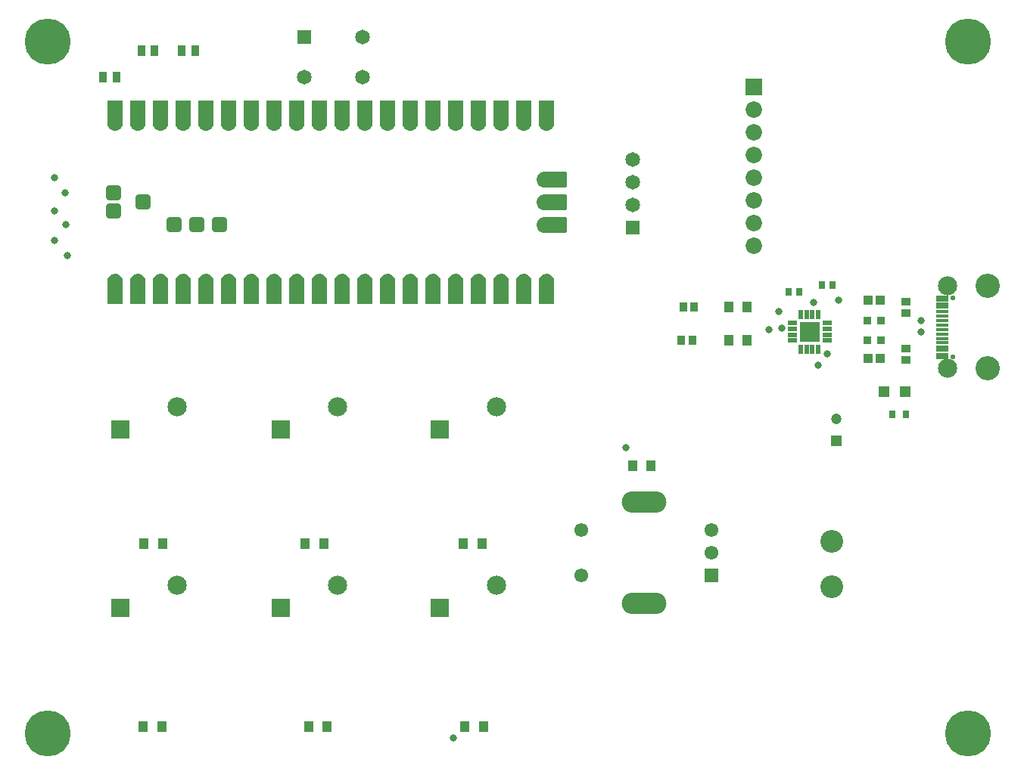
<source format=gts>
G04*
G04 #@! TF.GenerationSoftware,Altium Limited,Altium Designer,23.1.1 (15)*
G04*
G04 Layer_Color=8388736*
%FSLAX44Y44*%
%MOMM*%
G71*
G04*
G04 #@! TF.SameCoordinates,71942028-349F-4B58-9001-873325432457*
G04*
G04*
G04 #@! TF.FilePolarity,Negative*
G04*
G01*
G75*
%ADD26R,0.8000X0.9000*%
%ADD29R,1.1000X1.2000*%
%ADD31R,0.7500X0.9000*%
%ADD32R,0.9565X0.9621*%
%ADD35R,0.5000X1.0000*%
%ADD36R,1.0000X0.5000*%
%ADD37R,2.3000X2.3000*%
G04:AMPARAMS|DCode=38|XSize=1.65mm|YSize=1.65mm|CornerRadius=0.3mm|HoleSize=0mm|Usage=FLASHONLY|Rotation=90.000|XOffset=0mm|YOffset=0mm|HoleType=Round|Shape=RoundedRectangle|*
%AMROUNDEDRECTD38*
21,1,1.6500,1.0500,0,0,90.0*
21,1,1.0500,1.6500,0,0,90.0*
1,1,0.6000,0.5250,0.5250*
1,1,0.6000,0.5250,-0.5250*
1,1,0.6000,-0.5250,-0.5250*
1,1,0.6000,-0.5250,0.5250*
%
%ADD38ROUNDEDRECTD38*%
%ADD39R,1.1500X2.6500*%
%ADD40R,1.2032X2.7032*%
G04:AMPARAMS|DCode=41|XSize=2.7032mm|YSize=1.2032mm|CornerRadius=0.2266mm|HoleSize=0mm|Usage=FLASHONLY|Rotation=90.000|XOffset=0mm|YOffset=0mm|HoleType=Round|Shape=RoundedRectangle|*
%AMROUNDEDRECTD41*
21,1,2.7032,0.7500,0,0,90.0*
21,1,2.2500,1.2032,0,0,90.0*
1,1,0.4532,0.3750,1.1250*
1,1,0.4532,0.3750,-1.1250*
1,1,0.4532,-0.3750,-1.1250*
1,1,0.4532,-0.3750,1.1250*
%
%ADD41ROUNDEDRECTD41*%
%ADD42R,2.6500X1.1500*%
%ADD43R,1.4000X0.4500*%
%ADD44R,1.4000X0.7500*%
%ADD45R,1.3000X1.1500*%
%ADD46R,1.0000X1.1000*%
%ADD47R,0.9500X1.1000*%
%ADD48R,1.1000X0.9500*%
%ADD49R,0.9500X1.1500*%
%ADD50C,2.7150*%
%ADD51C,2.1500*%
%ADD52C,0.5500*%
%ADD53C,2.5500*%
%ADD54R,1.2000X1.2000*%
%ADD55C,1.2000*%
%ADD56C,1.6500*%
%ADD57R,1.6500X1.6500*%
%ADD58R,2.1500X2.1500*%
G04:AMPARAMS|DCode=59|XSize=2.4mm|YSize=5mm|CornerRadius=1.2mm|HoleSize=0mm|Usage=FLASHONLY|Rotation=90.000|XOffset=0mm|YOffset=0mm|HoleType=Round|Shape=RoundedRectangle|*
%AMROUNDEDRECTD59*
21,1,2.4000,2.6000,0,0,90.0*
21,1,0.0000,5.0000,0,0,90.0*
1,1,2.4000,1.3000,0.0000*
1,1,2.4000,1.3000,0.0000*
1,1,2.4000,-1.3000,0.0000*
1,1,2.4000,-1.3000,0.0000*
%
%ADD59ROUNDEDRECTD59*%
%ADD60C,1.5500*%
%ADD61R,1.5500X1.5500*%
%ADD62C,1.8400*%
%ADD63R,1.8400X1.8400*%
%ADD64R,1.6500X1.6500*%
%ADD65C,0.8032*%
%ADD66C,5.1500*%
G36*
X566408Y708663D02*
X566522Y708636D01*
X566632Y708590D01*
X566732Y708529D01*
X566822Y708452D01*
X566899Y708362D01*
X566960Y708262D01*
X567006Y708153D01*
X567033Y708038D01*
X567042Y707920D01*
Y683920D01*
X567042Y683920D01*
Y682867D01*
X567039Y682827D01*
X567038Y682788D01*
X567035Y682769D01*
X567033Y682749D01*
X567024Y682711D01*
X567017Y682672D01*
X566471Y680637D01*
X566458Y680600D01*
X566447Y680563D01*
X566439Y680545D01*
X566432Y680526D01*
X566413Y680492D01*
X566396Y680456D01*
X565343Y678632D01*
X565321Y678599D01*
X565300Y678566D01*
X565287Y678551D01*
X565276Y678534D01*
X565249Y678506D01*
X565224Y678476D01*
X563734Y676986D01*
X563704Y676961D01*
X563675Y676934D01*
X563659Y676923D01*
X563644Y676910D01*
X563611Y676889D01*
X563578Y676867D01*
X561754Y675814D01*
X561718Y675797D01*
X561684Y675778D01*
X561665Y675771D01*
X561647Y675763D01*
X561610Y675752D01*
X561573Y675739D01*
X559538Y675193D01*
X559499Y675186D01*
X559461Y675177D01*
X559441Y675175D01*
X559422Y675172D01*
X559383Y675171D01*
X559343Y675168D01*
X557237D01*
X557197Y675171D01*
X557158Y675172D01*
X557139Y675175D01*
X557119Y675177D01*
X557081Y675186D01*
X557042Y675193D01*
X555007Y675739D01*
X554970Y675752D01*
X554933Y675763D01*
X554915Y675771D01*
X554896Y675778D01*
X554861Y675797D01*
X554826Y675814D01*
X553002Y676867D01*
X552969Y676889D01*
X552936Y676910D01*
X552921Y676923D01*
X552904Y676934D01*
X552876Y676961D01*
X552846Y676986D01*
X551356Y678476D01*
X551331Y678506D01*
X551304Y678534D01*
X551293Y678551D01*
X551280Y678566D01*
X551259Y678599D01*
X551237Y678632D01*
X550184Y680456D01*
X550167Y680492D01*
X550148Y680526D01*
X550141Y680545D01*
X550133Y680563D01*
X550122Y680600D01*
X550108Y680637D01*
X549563Y682672D01*
X549556Y682711D01*
X549547Y682749D01*
X549545Y682769D01*
X549542Y682788D01*
X549541Y682827D01*
X549538Y682867D01*
Y683920D01*
Y707920D01*
X549547Y708038D01*
X549575Y708153D01*
X549620Y708262D01*
X549681Y708362D01*
X549758Y708452D01*
X549848Y708529D01*
X549948Y708590D01*
X550057Y708636D01*
X550172Y708663D01*
X550290Y708672D01*
X566290D01*
X566408Y708663D01*
D02*
G37*
G36*
X541008D02*
X541123Y708636D01*
X541231Y708590D01*
X541332Y708529D01*
X541422Y708452D01*
X541499Y708362D01*
X541560Y708262D01*
X541605Y708153D01*
X541633Y708038D01*
X541642Y707920D01*
Y683920D01*
X541642Y683920D01*
Y682867D01*
X541639Y682827D01*
X541638Y682788D01*
X541635Y682769D01*
X541633Y682749D01*
X541624Y682711D01*
X541617Y682672D01*
X541071Y680637D01*
X541058Y680600D01*
X541047Y680563D01*
X541039Y680545D01*
X541032Y680526D01*
X541013Y680492D01*
X540996Y680456D01*
X539943Y678632D01*
X539921Y678599D01*
X539900Y678566D01*
X539887Y678551D01*
X539876Y678534D01*
X539849Y678506D01*
X539823Y678476D01*
X538334Y676986D01*
X538304Y676961D01*
X538275Y676934D01*
X538259Y676923D01*
X538244Y676910D01*
X538211Y676889D01*
X538178Y676867D01*
X536354Y675814D01*
X536318Y675797D01*
X536284Y675778D01*
X536265Y675771D01*
X536247Y675763D01*
X536210Y675752D01*
X536173Y675739D01*
X534138Y675193D01*
X534099Y675186D01*
X534061Y675177D01*
X534041Y675175D01*
X534022Y675172D01*
X533983Y675171D01*
X533943Y675168D01*
X531837D01*
X531797Y675171D01*
X531758Y675172D01*
X531739Y675175D01*
X531719Y675177D01*
X531681Y675186D01*
X531642Y675193D01*
X529607Y675739D01*
X529570Y675752D01*
X529533Y675763D01*
X529515Y675771D01*
X529496Y675778D01*
X529462Y675797D01*
X529426Y675814D01*
X527602Y676867D01*
X527569Y676889D01*
X527536Y676910D01*
X527521Y676923D01*
X527504Y676934D01*
X527476Y676961D01*
X527446Y676986D01*
X525956Y678476D01*
X525931Y678506D01*
X525904Y678534D01*
X525893Y678551D01*
X525880Y678566D01*
X525859Y678599D01*
X525837Y678632D01*
X524784Y680456D01*
X524767Y680492D01*
X524748Y680526D01*
X524741Y680545D01*
X524733Y680563D01*
X524722Y680600D01*
X524709Y680637D01*
X524163Y682672D01*
X524156Y682711D01*
X524147Y682749D01*
X524145Y682769D01*
X524142Y682788D01*
X524141Y682827D01*
X524138Y682867D01*
Y683920D01*
Y707920D01*
X524147Y708038D01*
X524174Y708153D01*
X524220Y708262D01*
X524281Y708362D01*
X524358Y708452D01*
X524448Y708529D01*
X524548Y708590D01*
X524658Y708636D01*
X524772Y708663D01*
X524890Y708672D01*
X540890D01*
X541008Y708663D01*
D02*
G37*
G36*
X515608D02*
X515723Y708636D01*
X515831Y708590D01*
X515932Y708529D01*
X516022Y708452D01*
X516099Y708362D01*
X516160Y708262D01*
X516205Y708153D01*
X516233Y708038D01*
X516242Y707920D01*
Y683920D01*
X516242Y683920D01*
Y682867D01*
X516239Y682827D01*
X516238Y682788D01*
X516235Y682769D01*
X516233Y682749D01*
X516224Y682711D01*
X516217Y682672D01*
X515671Y680637D01*
X515658Y680600D01*
X515647Y680563D01*
X515639Y680545D01*
X515632Y680526D01*
X515613Y680492D01*
X515596Y680456D01*
X514543Y678632D01*
X514521Y678599D01*
X514500Y678566D01*
X514487Y678551D01*
X514476Y678534D01*
X514449Y678506D01*
X514423Y678476D01*
X512934Y676986D01*
X512904Y676961D01*
X512876Y676934D01*
X512859Y676923D01*
X512844Y676910D01*
X512811Y676889D01*
X512778Y676867D01*
X510954Y675814D01*
X510918Y675797D01*
X510884Y675778D01*
X510865Y675771D01*
X510848Y675763D01*
X510810Y675752D01*
X510773Y675739D01*
X508738Y675193D01*
X508699Y675186D01*
X508661Y675177D01*
X508641Y675175D01*
X508622Y675172D01*
X508583Y675171D01*
X508543Y675168D01*
X506437D01*
X506397Y675171D01*
X506358Y675172D01*
X506339Y675175D01*
X506319Y675177D01*
X506281Y675186D01*
X506242Y675193D01*
X504207Y675739D01*
X504170Y675752D01*
X504132Y675763D01*
X504115Y675771D01*
X504096Y675778D01*
X504062Y675797D01*
X504026Y675814D01*
X502202Y676867D01*
X502169Y676889D01*
X502136Y676910D01*
X502121Y676923D01*
X502104Y676934D01*
X502076Y676961D01*
X502046Y676986D01*
X500556Y678476D01*
X500531Y678506D01*
X500504Y678534D01*
X500493Y678551D01*
X500480Y678566D01*
X500459Y678599D01*
X500437Y678632D01*
X499384Y680456D01*
X499367Y680492D01*
X499348Y680526D01*
X499341Y680545D01*
X499333Y680563D01*
X499322Y680600D01*
X499309Y680637D01*
X498763Y682672D01*
X498756Y682711D01*
X498747Y682749D01*
X498745Y682769D01*
X498742Y682788D01*
X498741Y682827D01*
X498738Y682867D01*
Y683920D01*
Y707920D01*
X498747Y708038D01*
X498774Y708153D01*
X498820Y708262D01*
X498881Y708362D01*
X498958Y708452D01*
X499048Y708529D01*
X499148Y708590D01*
X499258Y708636D01*
X499372Y708663D01*
X499490Y708672D01*
X515490D01*
X515608Y708663D01*
D02*
G37*
G36*
X490208D02*
X490322Y708636D01*
X490432Y708590D01*
X490532Y708529D01*
X490622Y708452D01*
X490699Y708362D01*
X490760Y708262D01*
X490806Y708153D01*
X490833Y708038D01*
X490842Y707920D01*
Y683920D01*
X490842Y683920D01*
Y682867D01*
X490839Y682827D01*
X490838Y682788D01*
X490835Y682769D01*
X490833Y682749D01*
X490824Y682711D01*
X490817Y682672D01*
X490271Y680637D01*
X490258Y680600D01*
X490247Y680563D01*
X490239Y680545D01*
X490232Y680526D01*
X490213Y680492D01*
X490196Y680456D01*
X489143Y678632D01*
X489121Y678599D01*
X489100Y678566D01*
X489087Y678551D01*
X489076Y678534D01*
X489049Y678506D01*
X489024Y678476D01*
X487534Y676986D01*
X487504Y676961D01*
X487476Y676934D01*
X487459Y676923D01*
X487444Y676910D01*
X487411Y676889D01*
X487378Y676867D01*
X485554Y675814D01*
X485518Y675797D01*
X485484Y675778D01*
X485465Y675771D01*
X485448Y675763D01*
X485410Y675752D01*
X485373Y675739D01*
X483338Y675193D01*
X483299Y675186D01*
X483261Y675177D01*
X483241Y675175D01*
X483222Y675172D01*
X483183Y675171D01*
X483143Y675168D01*
X481037D01*
X480997Y675171D01*
X480958Y675172D01*
X480939Y675175D01*
X480919Y675177D01*
X480881Y675186D01*
X480842Y675193D01*
X478807Y675739D01*
X478770Y675752D01*
X478732Y675763D01*
X478715Y675771D01*
X478696Y675778D01*
X478661Y675797D01*
X478626Y675814D01*
X476802Y676867D01*
X476769Y676889D01*
X476736Y676910D01*
X476721Y676923D01*
X476704Y676934D01*
X476676Y676961D01*
X476646Y676986D01*
X475156Y678476D01*
X475131Y678506D01*
X475104Y678534D01*
X475093Y678551D01*
X475080Y678566D01*
X475059Y678599D01*
X475037Y678632D01*
X473984Y680456D01*
X473967Y680492D01*
X473948Y680526D01*
X473941Y680545D01*
X473933Y680563D01*
X473922Y680600D01*
X473909Y680637D01*
X473363Y682672D01*
X473356Y682711D01*
X473347Y682749D01*
X473345Y682769D01*
X473342Y682788D01*
X473341Y682827D01*
X473338Y682867D01*
Y683920D01*
Y707920D01*
X473347Y708038D01*
X473374Y708153D01*
X473420Y708262D01*
X473481Y708362D01*
X473558Y708452D01*
X473648Y708529D01*
X473748Y708590D01*
X473857Y708636D01*
X473972Y708663D01*
X474090Y708672D01*
X490090D01*
X490208Y708663D01*
D02*
G37*
G36*
X464808D02*
X464922Y708636D01*
X465032Y708590D01*
X465132Y708529D01*
X465222Y708452D01*
X465299Y708362D01*
X465360Y708262D01*
X465406Y708153D01*
X465433Y708038D01*
X465442Y707920D01*
Y683920D01*
X465442Y683920D01*
Y682867D01*
X465439Y682827D01*
X465438Y682788D01*
X465435Y682769D01*
X465433Y682749D01*
X465424Y682711D01*
X465417Y682672D01*
X464871Y680637D01*
X464858Y680600D01*
X464847Y680563D01*
X464839Y680545D01*
X464832Y680526D01*
X464813Y680492D01*
X464796Y680456D01*
X463743Y678632D01*
X463721Y678599D01*
X463700Y678566D01*
X463687Y678551D01*
X463676Y678534D01*
X463649Y678506D01*
X463624Y678476D01*
X462134Y676986D01*
X462104Y676961D01*
X462076Y676934D01*
X462059Y676923D01*
X462044Y676910D01*
X462011Y676889D01*
X461978Y676867D01*
X460154Y675814D01*
X460118Y675797D01*
X460084Y675778D01*
X460065Y675771D01*
X460047Y675763D01*
X460010Y675752D01*
X459973Y675739D01*
X457938Y675193D01*
X457899Y675186D01*
X457861Y675177D01*
X457841Y675175D01*
X457822Y675172D01*
X457783Y675171D01*
X457743Y675168D01*
X455637D01*
X455597Y675171D01*
X455558Y675172D01*
X455539Y675175D01*
X455519Y675177D01*
X455481Y675186D01*
X455442Y675193D01*
X453407Y675739D01*
X453370Y675752D01*
X453332Y675763D01*
X453315Y675771D01*
X453296Y675778D01*
X453261Y675797D01*
X453226Y675814D01*
X451402Y676867D01*
X451369Y676889D01*
X451336Y676910D01*
X451321Y676923D01*
X451304Y676934D01*
X451276Y676961D01*
X451246Y676986D01*
X449756Y678476D01*
X449731Y678506D01*
X449704Y678534D01*
X449693Y678551D01*
X449680Y678566D01*
X449659Y678599D01*
X449637Y678632D01*
X448584Y680456D01*
X448567Y680492D01*
X448548Y680526D01*
X448541Y680545D01*
X448533Y680563D01*
X448522Y680600D01*
X448508Y680637D01*
X447963Y682672D01*
X447956Y682711D01*
X447947Y682749D01*
X447945Y682769D01*
X447942Y682788D01*
X447941Y682827D01*
X447938Y682867D01*
Y683920D01*
Y707920D01*
X447947Y708038D01*
X447975Y708153D01*
X448020Y708262D01*
X448081Y708362D01*
X448158Y708452D01*
X448248Y708529D01*
X448348Y708590D01*
X448457Y708636D01*
X448572Y708663D01*
X448690Y708672D01*
X464690D01*
X464808Y708663D01*
D02*
G37*
G36*
X439408D02*
X439523Y708636D01*
X439632Y708590D01*
X439732Y708529D01*
X439822Y708452D01*
X439899Y708362D01*
X439960Y708262D01*
X440005Y708153D01*
X440033Y708038D01*
X440042Y707920D01*
Y683920D01*
X440042Y683920D01*
Y682867D01*
X440039Y682827D01*
X440038Y682788D01*
X440035Y682769D01*
X440033Y682749D01*
X440024Y682711D01*
X440017Y682672D01*
X439471Y680637D01*
X439458Y680600D01*
X439447Y680563D01*
X439439Y680545D01*
X439432Y680526D01*
X439413Y680492D01*
X439396Y680456D01*
X438343Y678632D01*
X438321Y678599D01*
X438300Y678566D01*
X438287Y678551D01*
X438276Y678534D01*
X438249Y678506D01*
X438223Y678476D01*
X436734Y676986D01*
X436704Y676961D01*
X436675Y676934D01*
X436659Y676923D01*
X436644Y676910D01*
X436611Y676889D01*
X436578Y676867D01*
X434754Y675814D01*
X434718Y675797D01*
X434684Y675778D01*
X434665Y675771D01*
X434647Y675763D01*
X434610Y675752D01*
X434573Y675739D01*
X432538Y675193D01*
X432499Y675186D01*
X432461Y675177D01*
X432441Y675175D01*
X432422Y675172D01*
X432383Y675171D01*
X432343Y675168D01*
X430237D01*
X430197Y675171D01*
X430158Y675172D01*
X430139Y675175D01*
X430119Y675177D01*
X430081Y675186D01*
X430042Y675193D01*
X428007Y675739D01*
X427970Y675752D01*
X427933Y675763D01*
X427915Y675771D01*
X427896Y675778D01*
X427862Y675797D01*
X427826Y675814D01*
X426002Y676867D01*
X425969Y676889D01*
X425936Y676910D01*
X425921Y676923D01*
X425904Y676934D01*
X425876Y676961D01*
X425846Y676986D01*
X424356Y678476D01*
X424331Y678506D01*
X424304Y678534D01*
X424293Y678551D01*
X424280Y678566D01*
X424259Y678599D01*
X424237Y678632D01*
X423184Y680456D01*
X423167Y680492D01*
X423148Y680526D01*
X423141Y680545D01*
X423133Y680563D01*
X423122Y680600D01*
X423108Y680637D01*
X422563Y682672D01*
X422556Y682711D01*
X422547Y682749D01*
X422545Y682769D01*
X422542Y682788D01*
X422541Y682827D01*
X422538Y682867D01*
Y683920D01*
Y707920D01*
X422547Y708038D01*
X422575Y708153D01*
X422620Y708262D01*
X422681Y708362D01*
X422758Y708452D01*
X422848Y708529D01*
X422948Y708590D01*
X423058Y708636D01*
X423172Y708663D01*
X423290Y708672D01*
X439290D01*
X439408Y708663D01*
D02*
G37*
G36*
X414008D02*
X414123Y708636D01*
X414231Y708590D01*
X414332Y708529D01*
X414422Y708452D01*
X414499Y708362D01*
X414560Y708262D01*
X414605Y708153D01*
X414633Y708038D01*
X414642Y707920D01*
Y683920D01*
X414642Y683920D01*
Y682867D01*
X414639Y682827D01*
X414638Y682788D01*
X414635Y682769D01*
X414633Y682749D01*
X414624Y682711D01*
X414617Y682672D01*
X414071Y680637D01*
X414058Y680600D01*
X414047Y680563D01*
X414039Y680545D01*
X414032Y680526D01*
X414013Y680492D01*
X413996Y680456D01*
X412943Y678632D01*
X412921Y678599D01*
X412900Y678566D01*
X412887Y678551D01*
X412876Y678534D01*
X412849Y678506D01*
X412823Y678476D01*
X411334Y676986D01*
X411304Y676961D01*
X411275Y676934D01*
X411259Y676923D01*
X411244Y676910D01*
X411211Y676889D01*
X411178Y676867D01*
X409354Y675814D01*
X409318Y675797D01*
X409284Y675778D01*
X409265Y675771D01*
X409248Y675763D01*
X409210Y675752D01*
X409173Y675739D01*
X407138Y675193D01*
X407099Y675186D01*
X407061Y675177D01*
X407041Y675175D01*
X407022Y675172D01*
X406983Y675171D01*
X406943Y675168D01*
X404837D01*
X404797Y675171D01*
X404758Y675172D01*
X404739Y675175D01*
X404719Y675177D01*
X404681Y675186D01*
X404642Y675193D01*
X402607Y675739D01*
X402570Y675752D01*
X402533Y675763D01*
X402515Y675771D01*
X402496Y675778D01*
X402462Y675797D01*
X402426Y675814D01*
X400602Y676867D01*
X400569Y676889D01*
X400536Y676910D01*
X400521Y676923D01*
X400504Y676934D01*
X400476Y676961D01*
X400446Y676986D01*
X398956Y678476D01*
X398931Y678506D01*
X398904Y678534D01*
X398893Y678551D01*
X398880Y678566D01*
X398859Y678599D01*
X398837Y678632D01*
X397784Y680456D01*
X397767Y680492D01*
X397748Y680526D01*
X397741Y680545D01*
X397733Y680563D01*
X397722Y680600D01*
X397709Y680637D01*
X397163Y682672D01*
X397156Y682711D01*
X397147Y682749D01*
X397145Y682769D01*
X397142Y682788D01*
X397141Y682827D01*
X397138Y682867D01*
Y683920D01*
Y707920D01*
X397147Y708038D01*
X397174Y708153D01*
X397220Y708262D01*
X397281Y708362D01*
X397358Y708452D01*
X397448Y708529D01*
X397548Y708590D01*
X397658Y708636D01*
X397772Y708663D01*
X397890Y708672D01*
X413890D01*
X414008Y708663D01*
D02*
G37*
G36*
X388608D02*
X388722Y708636D01*
X388831Y708590D01*
X388932Y708529D01*
X389022Y708452D01*
X389099Y708362D01*
X389160Y708262D01*
X389206Y708153D01*
X389233Y708038D01*
X389242Y707920D01*
Y683920D01*
X389242Y683920D01*
Y682867D01*
X389239Y682827D01*
X389238Y682788D01*
X389235Y682769D01*
X389233Y682749D01*
X389224Y682711D01*
X389217Y682672D01*
X388671Y680637D01*
X388658Y680600D01*
X388647Y680563D01*
X388639Y680545D01*
X388632Y680526D01*
X388613Y680492D01*
X388596Y680456D01*
X387543Y678632D01*
X387521Y678599D01*
X387500Y678566D01*
X387487Y678551D01*
X387476Y678534D01*
X387449Y678506D01*
X387424Y678476D01*
X385934Y676986D01*
X385904Y676961D01*
X385876Y676934D01*
X385859Y676923D01*
X385844Y676910D01*
X385811Y676889D01*
X385778Y676867D01*
X383954Y675814D01*
X383918Y675797D01*
X383884Y675778D01*
X383865Y675771D01*
X383848Y675763D01*
X383810Y675752D01*
X383773Y675739D01*
X381738Y675193D01*
X381699Y675186D01*
X381661Y675177D01*
X381641Y675175D01*
X381622Y675172D01*
X381583Y675171D01*
X381543Y675168D01*
X379437D01*
X379397Y675171D01*
X379358Y675172D01*
X379339Y675175D01*
X379319Y675177D01*
X379281Y675186D01*
X379242Y675193D01*
X377207Y675739D01*
X377170Y675752D01*
X377132Y675763D01*
X377115Y675771D01*
X377096Y675778D01*
X377062Y675797D01*
X377026Y675814D01*
X375202Y676867D01*
X375169Y676889D01*
X375136Y676910D01*
X375121Y676923D01*
X375104Y676934D01*
X375076Y676961D01*
X375046Y676986D01*
X373556Y678476D01*
X373531Y678506D01*
X373504Y678534D01*
X373493Y678551D01*
X373480Y678566D01*
X373459Y678599D01*
X373437Y678632D01*
X372384Y680456D01*
X372367Y680492D01*
X372348Y680526D01*
X372341Y680545D01*
X372333Y680563D01*
X372322Y680600D01*
X372309Y680637D01*
X371763Y682672D01*
X371756Y682711D01*
X371747Y682749D01*
X371745Y682769D01*
X371742Y682788D01*
X371741Y682827D01*
X371738Y682867D01*
Y683920D01*
Y707920D01*
X371747Y708038D01*
X371774Y708153D01*
X371820Y708262D01*
X371881Y708362D01*
X371958Y708452D01*
X372048Y708529D01*
X372148Y708590D01*
X372257Y708636D01*
X372372Y708663D01*
X372490Y708672D01*
X388490D01*
X388608Y708663D01*
D02*
G37*
G36*
X363208D02*
X363322Y708636D01*
X363432Y708590D01*
X363532Y708529D01*
X363622Y708452D01*
X363699Y708362D01*
X363760Y708262D01*
X363806Y708153D01*
X363833Y708038D01*
X363842Y707920D01*
Y683920D01*
X363842Y683920D01*
Y682867D01*
X363839Y682827D01*
X363838Y682788D01*
X363835Y682769D01*
X363833Y682749D01*
X363824Y682711D01*
X363817Y682672D01*
X363271Y680637D01*
X363258Y680600D01*
X363247Y680563D01*
X363239Y680545D01*
X363232Y680526D01*
X363213Y680492D01*
X363196Y680456D01*
X362143Y678632D01*
X362121Y678599D01*
X362100Y678566D01*
X362087Y678551D01*
X362076Y678534D01*
X362049Y678506D01*
X362024Y678476D01*
X360534Y676986D01*
X360504Y676961D01*
X360476Y676934D01*
X360459Y676923D01*
X360444Y676910D01*
X360411Y676889D01*
X360378Y676867D01*
X358554Y675814D01*
X358518Y675797D01*
X358484Y675778D01*
X358465Y675771D01*
X358447Y675763D01*
X358410Y675752D01*
X358373Y675739D01*
X356338Y675193D01*
X356299Y675186D01*
X356261Y675177D01*
X356241Y675175D01*
X356222Y675172D01*
X356183Y675171D01*
X356143Y675168D01*
X354037D01*
X353997Y675171D01*
X353958Y675172D01*
X353939Y675175D01*
X353919Y675177D01*
X353881Y675186D01*
X353842Y675193D01*
X351807Y675739D01*
X351770Y675752D01*
X351732Y675763D01*
X351715Y675771D01*
X351696Y675778D01*
X351661Y675797D01*
X351626Y675814D01*
X349802Y676867D01*
X349769Y676889D01*
X349736Y676910D01*
X349721Y676923D01*
X349704Y676934D01*
X349676Y676961D01*
X349646Y676986D01*
X348156Y678476D01*
X348131Y678506D01*
X348104Y678534D01*
X348093Y678551D01*
X348080Y678566D01*
X348059Y678599D01*
X348037Y678632D01*
X346984Y680456D01*
X346967Y680492D01*
X346948Y680526D01*
X346941Y680545D01*
X346933Y680563D01*
X346922Y680600D01*
X346908Y680637D01*
X346363Y682672D01*
X346356Y682711D01*
X346347Y682749D01*
X346345Y682769D01*
X346342Y682788D01*
X346341Y682827D01*
X346338Y682867D01*
Y683920D01*
Y707920D01*
X346347Y708038D01*
X346375Y708153D01*
X346420Y708262D01*
X346481Y708362D01*
X346558Y708452D01*
X346648Y708529D01*
X346748Y708590D01*
X346857Y708636D01*
X346972Y708663D01*
X347090Y708672D01*
X363090D01*
X363208Y708663D01*
D02*
G37*
G36*
X337808D02*
X337923Y708636D01*
X338032Y708590D01*
X338132Y708529D01*
X338222Y708452D01*
X338299Y708362D01*
X338360Y708262D01*
X338405Y708153D01*
X338433Y708038D01*
X338442Y707920D01*
Y683920D01*
X338442Y683920D01*
Y682867D01*
X338439Y682827D01*
X338438Y682788D01*
X338435Y682769D01*
X338433Y682749D01*
X338424Y682711D01*
X338417Y682672D01*
X337871Y680637D01*
X337858Y680600D01*
X337847Y680563D01*
X337839Y680545D01*
X337832Y680526D01*
X337813Y680492D01*
X337796Y680456D01*
X336743Y678632D01*
X336721Y678599D01*
X336700Y678566D01*
X336687Y678551D01*
X336676Y678534D01*
X336649Y678506D01*
X336623Y678476D01*
X335134Y676986D01*
X335104Y676961D01*
X335075Y676934D01*
X335059Y676923D01*
X335044Y676910D01*
X335011Y676889D01*
X334978Y676867D01*
X333154Y675814D01*
X333118Y675797D01*
X333084Y675778D01*
X333065Y675771D01*
X333047Y675763D01*
X333010Y675752D01*
X332973Y675739D01*
X330938Y675193D01*
X330899Y675186D01*
X330861Y675177D01*
X330841Y675175D01*
X330822Y675172D01*
X330783Y675171D01*
X330743Y675168D01*
X328637D01*
X328597Y675171D01*
X328558Y675172D01*
X328539Y675175D01*
X328519Y675177D01*
X328481Y675186D01*
X328442Y675193D01*
X326407Y675739D01*
X326370Y675752D01*
X326333Y675763D01*
X326315Y675771D01*
X326296Y675778D01*
X326261Y675797D01*
X326226Y675814D01*
X324402Y676867D01*
X324369Y676889D01*
X324336Y676910D01*
X324321Y676923D01*
X324304Y676934D01*
X324276Y676961D01*
X324246Y676986D01*
X322756Y678476D01*
X322731Y678506D01*
X322704Y678534D01*
X322693Y678551D01*
X322680Y678566D01*
X322659Y678599D01*
X322637Y678632D01*
X321584Y680456D01*
X321567Y680492D01*
X321548Y680526D01*
X321541Y680545D01*
X321533Y680563D01*
X321522Y680600D01*
X321508Y680637D01*
X320963Y682672D01*
X320956Y682711D01*
X320947Y682749D01*
X320945Y682769D01*
X320942Y682788D01*
X320941Y682827D01*
X320938Y682867D01*
Y683920D01*
Y707920D01*
X320947Y708038D01*
X320975Y708153D01*
X321020Y708262D01*
X321081Y708362D01*
X321158Y708452D01*
X321248Y708529D01*
X321348Y708590D01*
X321457Y708636D01*
X321572Y708663D01*
X321690Y708672D01*
X337690D01*
X337808Y708663D01*
D02*
G37*
G36*
X312408D02*
X312523Y708636D01*
X312631Y708590D01*
X312732Y708529D01*
X312822Y708452D01*
X312899Y708362D01*
X312960Y708262D01*
X313006Y708153D01*
X313033Y708038D01*
X313042Y707920D01*
Y683920D01*
X313042Y683920D01*
Y682867D01*
X313039Y682827D01*
X313038Y682788D01*
X313035Y682769D01*
X313033Y682749D01*
X313024Y682711D01*
X313017Y682672D01*
X312471Y680637D01*
X312458Y680600D01*
X312447Y680563D01*
X312439Y680545D01*
X312432Y680526D01*
X312413Y680492D01*
X312396Y680456D01*
X311343Y678632D01*
X311321Y678599D01*
X311300Y678566D01*
X311287Y678551D01*
X311276Y678534D01*
X311249Y678506D01*
X311224Y678476D01*
X309734Y676986D01*
X309704Y676961D01*
X309676Y676934D01*
X309659Y676923D01*
X309644Y676910D01*
X309611Y676889D01*
X309578Y676867D01*
X307754Y675814D01*
X307718Y675797D01*
X307684Y675778D01*
X307665Y675771D01*
X307647Y675763D01*
X307610Y675752D01*
X307573Y675739D01*
X305538Y675193D01*
X305499Y675186D01*
X305461Y675177D01*
X305441Y675175D01*
X305422Y675172D01*
X305383Y675171D01*
X305343Y675168D01*
X303237D01*
X303197Y675171D01*
X303158Y675172D01*
X303139Y675175D01*
X303119Y675177D01*
X303081Y675186D01*
X303042Y675193D01*
X301007Y675739D01*
X300970Y675752D01*
X300933Y675763D01*
X300915Y675771D01*
X300896Y675778D01*
X300861Y675797D01*
X300826Y675814D01*
X299002Y676867D01*
X298969Y676889D01*
X298936Y676910D01*
X298921Y676923D01*
X298904Y676934D01*
X298876Y676961D01*
X298846Y676986D01*
X297356Y678476D01*
X297331Y678506D01*
X297304Y678534D01*
X297293Y678551D01*
X297280Y678566D01*
X297259Y678599D01*
X297237Y678632D01*
X296184Y680456D01*
X296167Y680492D01*
X296148Y680526D01*
X296141Y680545D01*
X296133Y680563D01*
X296122Y680600D01*
X296108Y680637D01*
X295563Y682672D01*
X295556Y682711D01*
X295547Y682749D01*
X295545Y682769D01*
X295542Y682788D01*
X295541Y682827D01*
X295538Y682867D01*
Y683920D01*
Y707920D01*
X295547Y708038D01*
X295574Y708153D01*
X295620Y708262D01*
X295681Y708362D01*
X295758Y708452D01*
X295848Y708529D01*
X295948Y708590D01*
X296057Y708636D01*
X296172Y708663D01*
X296290Y708672D01*
X312290D01*
X312408Y708663D01*
D02*
G37*
G36*
X287008D02*
X287122Y708636D01*
X287232Y708590D01*
X287332Y708529D01*
X287422Y708452D01*
X287499Y708362D01*
X287560Y708262D01*
X287605Y708153D01*
X287633Y708038D01*
X287642Y707920D01*
Y683920D01*
X287642Y683920D01*
Y682867D01*
X287639Y682827D01*
X287638Y682788D01*
X287635Y682769D01*
X287633Y682749D01*
X287624Y682711D01*
X287617Y682672D01*
X287071Y680637D01*
X287058Y680600D01*
X287047Y680563D01*
X287039Y680545D01*
X287032Y680526D01*
X287013Y680492D01*
X286996Y680456D01*
X285943Y678632D01*
X285921Y678599D01*
X285900Y678566D01*
X285887Y678551D01*
X285876Y678534D01*
X285849Y678506D01*
X285823Y678476D01*
X284334Y676986D01*
X284304Y676961D01*
X284275Y676934D01*
X284259Y676923D01*
X284244Y676910D01*
X284211Y676889D01*
X284178Y676867D01*
X282354Y675814D01*
X282318Y675797D01*
X282284Y675778D01*
X282265Y675771D01*
X282248Y675763D01*
X282210Y675752D01*
X282173Y675739D01*
X280138Y675193D01*
X280099Y675186D01*
X280061Y675177D01*
X280041Y675175D01*
X280022Y675172D01*
X279983Y675171D01*
X279943Y675168D01*
X277837D01*
X277797Y675171D01*
X277758Y675172D01*
X277739Y675175D01*
X277719Y675177D01*
X277681Y675186D01*
X277642Y675193D01*
X275607Y675739D01*
X275570Y675752D01*
X275532Y675763D01*
X275515Y675771D01*
X275496Y675778D01*
X275462Y675797D01*
X275426Y675814D01*
X273602Y676867D01*
X273569Y676889D01*
X273536Y676910D01*
X273521Y676923D01*
X273504Y676934D01*
X273476Y676961D01*
X273446Y676986D01*
X271956Y678476D01*
X271931Y678506D01*
X271904Y678534D01*
X271893Y678551D01*
X271880Y678566D01*
X271859Y678599D01*
X271837Y678632D01*
X270784Y680456D01*
X270767Y680492D01*
X270748Y680526D01*
X270741Y680545D01*
X270733Y680563D01*
X270722Y680600D01*
X270709Y680637D01*
X270163Y682672D01*
X270156Y682711D01*
X270147Y682749D01*
X270145Y682769D01*
X270142Y682788D01*
X270141Y682827D01*
X270138Y682867D01*
Y683920D01*
Y707920D01*
X270147Y708038D01*
X270175Y708153D01*
X270220Y708262D01*
X270281Y708362D01*
X270358Y708452D01*
X270448Y708529D01*
X270548Y708590D01*
X270658Y708636D01*
X270772Y708663D01*
X270890Y708672D01*
X286890D01*
X287008Y708663D01*
D02*
G37*
G36*
X261608D02*
X261723Y708636D01*
X261831Y708590D01*
X261932Y708529D01*
X262022Y708452D01*
X262099Y708362D01*
X262160Y708262D01*
X262206Y708153D01*
X262233Y708038D01*
X262242Y707920D01*
Y683920D01*
X262242Y683920D01*
Y682867D01*
X262239Y682827D01*
X262238Y682788D01*
X262235Y682769D01*
X262233Y682749D01*
X262224Y682711D01*
X262217Y682672D01*
X261671Y680637D01*
X261658Y680600D01*
X261647Y680563D01*
X261639Y680545D01*
X261632Y680526D01*
X261613Y680492D01*
X261596Y680456D01*
X260543Y678632D01*
X260521Y678599D01*
X260500Y678566D01*
X260487Y678551D01*
X260476Y678534D01*
X260449Y678506D01*
X260424Y678476D01*
X258934Y676986D01*
X258904Y676961D01*
X258876Y676934D01*
X258859Y676923D01*
X258844Y676910D01*
X258811Y676889D01*
X258778Y676867D01*
X256954Y675814D01*
X256918Y675797D01*
X256884Y675778D01*
X256865Y675771D01*
X256847Y675763D01*
X256810Y675752D01*
X256773Y675739D01*
X254738Y675193D01*
X254699Y675186D01*
X254661Y675177D01*
X254641Y675175D01*
X254622Y675172D01*
X254583Y675171D01*
X254543Y675168D01*
X252437D01*
X252397Y675171D01*
X252358Y675172D01*
X252339Y675175D01*
X252319Y675177D01*
X252281Y675186D01*
X252242Y675193D01*
X250207Y675739D01*
X250170Y675752D01*
X250133Y675763D01*
X250115Y675771D01*
X250096Y675778D01*
X250061Y675797D01*
X250026Y675814D01*
X248202Y676867D01*
X248169Y676889D01*
X248136Y676910D01*
X248121Y676923D01*
X248104Y676934D01*
X248076Y676961D01*
X248046Y676986D01*
X246556Y678476D01*
X246531Y678506D01*
X246504Y678534D01*
X246493Y678551D01*
X246480Y678566D01*
X246459Y678599D01*
X246437Y678632D01*
X245384Y680456D01*
X245367Y680492D01*
X245348Y680526D01*
X245341Y680545D01*
X245333Y680563D01*
X245322Y680600D01*
X245308Y680637D01*
X244763Y682672D01*
X244756Y682711D01*
X244747Y682749D01*
X244745Y682769D01*
X244742Y682788D01*
X244741Y682827D01*
X244738Y682867D01*
Y683920D01*
Y707920D01*
X244747Y708038D01*
X244774Y708153D01*
X244820Y708262D01*
X244881Y708362D01*
X244958Y708452D01*
X245048Y708529D01*
X245148Y708590D01*
X245257Y708636D01*
X245372Y708663D01*
X245490Y708672D01*
X261490D01*
X261608Y708663D01*
D02*
G37*
G36*
X236208D02*
X236322Y708636D01*
X236432Y708590D01*
X236532Y708529D01*
X236622Y708452D01*
X236699Y708362D01*
X236760Y708262D01*
X236805Y708153D01*
X236833Y708038D01*
X236842Y707920D01*
Y683920D01*
X236842Y683920D01*
Y682867D01*
X236839Y682827D01*
X236838Y682788D01*
X236835Y682769D01*
X236833Y682749D01*
X236824Y682711D01*
X236817Y682672D01*
X236271Y680637D01*
X236258Y680600D01*
X236247Y680563D01*
X236239Y680545D01*
X236232Y680526D01*
X236213Y680492D01*
X236196Y680456D01*
X235143Y678632D01*
X235121Y678599D01*
X235100Y678566D01*
X235087Y678551D01*
X235076Y678534D01*
X235049Y678506D01*
X235023Y678476D01*
X233534Y676986D01*
X233504Y676961D01*
X233475Y676934D01*
X233459Y676923D01*
X233444Y676910D01*
X233411Y676889D01*
X233378Y676867D01*
X231554Y675814D01*
X231518Y675797D01*
X231484Y675778D01*
X231465Y675771D01*
X231448Y675763D01*
X231410Y675752D01*
X231373Y675739D01*
X229338Y675193D01*
X229299Y675186D01*
X229261Y675177D01*
X229241Y675175D01*
X229222Y675172D01*
X229183Y675171D01*
X229143Y675168D01*
X227037D01*
X226997Y675171D01*
X226958Y675172D01*
X226939Y675175D01*
X226919Y675177D01*
X226881Y675186D01*
X226842Y675193D01*
X224807Y675739D01*
X224770Y675752D01*
X224732Y675763D01*
X224715Y675771D01*
X224696Y675778D01*
X224662Y675797D01*
X224626Y675814D01*
X222802Y676867D01*
X222769Y676889D01*
X222736Y676910D01*
X222721Y676923D01*
X222704Y676934D01*
X222676Y676961D01*
X222646Y676986D01*
X221156Y678476D01*
X221131Y678506D01*
X221104Y678534D01*
X221093Y678551D01*
X221080Y678566D01*
X221059Y678599D01*
X221037Y678632D01*
X219984Y680456D01*
X219967Y680492D01*
X219948Y680526D01*
X219941Y680545D01*
X219933Y680563D01*
X219922Y680600D01*
X219909Y680637D01*
X219363Y682672D01*
X219356Y682711D01*
X219347Y682749D01*
X219345Y682769D01*
X219342Y682788D01*
X219341Y682827D01*
X219338Y682867D01*
Y683920D01*
Y707920D01*
X219347Y708038D01*
X219375Y708153D01*
X219420Y708262D01*
X219481Y708362D01*
X219558Y708452D01*
X219648Y708529D01*
X219748Y708590D01*
X219858Y708636D01*
X219972Y708663D01*
X220090Y708672D01*
X236090D01*
X236208Y708663D01*
D02*
G37*
G36*
X210808D02*
X210923Y708636D01*
X211031Y708590D01*
X211132Y708529D01*
X211222Y708452D01*
X211299Y708362D01*
X211360Y708262D01*
X211406Y708153D01*
X211433Y708038D01*
X211442Y707920D01*
Y683920D01*
X211442Y683920D01*
Y682867D01*
X211439Y682827D01*
X211438Y682788D01*
X211435Y682769D01*
X211433Y682749D01*
X211424Y682711D01*
X211417Y682672D01*
X210871Y680637D01*
X210858Y680600D01*
X210847Y680563D01*
X210839Y680545D01*
X210832Y680526D01*
X210813Y680492D01*
X210796Y680456D01*
X209743Y678632D01*
X209721Y678599D01*
X209700Y678566D01*
X209687Y678551D01*
X209676Y678534D01*
X209649Y678506D01*
X209624Y678476D01*
X208134Y676986D01*
X208104Y676961D01*
X208076Y676934D01*
X208059Y676923D01*
X208044Y676910D01*
X208011Y676889D01*
X207978Y676867D01*
X206154Y675814D01*
X206118Y675797D01*
X206084Y675778D01*
X206065Y675771D01*
X206047Y675763D01*
X206010Y675752D01*
X205973Y675739D01*
X203938Y675193D01*
X203899Y675186D01*
X203861Y675177D01*
X203841Y675175D01*
X203822Y675172D01*
X203783Y675171D01*
X203743Y675168D01*
X201637D01*
X201597Y675171D01*
X201558Y675172D01*
X201539Y675175D01*
X201519Y675177D01*
X201481Y675186D01*
X201442Y675193D01*
X199407Y675739D01*
X199370Y675752D01*
X199333Y675763D01*
X199315Y675771D01*
X199296Y675778D01*
X199261Y675797D01*
X199226Y675814D01*
X197402Y676867D01*
X197369Y676889D01*
X197336Y676910D01*
X197321Y676923D01*
X197304Y676934D01*
X197276Y676961D01*
X197246Y676986D01*
X195756Y678476D01*
X195731Y678506D01*
X195704Y678534D01*
X195693Y678551D01*
X195680Y678566D01*
X195659Y678599D01*
X195637Y678632D01*
X194584Y680456D01*
X194567Y680492D01*
X194548Y680526D01*
X194541Y680545D01*
X194533Y680563D01*
X194522Y680600D01*
X194508Y680637D01*
X193963Y682672D01*
X193956Y682711D01*
X193947Y682749D01*
X193945Y682769D01*
X193942Y682788D01*
X193941Y682827D01*
X193938Y682867D01*
Y683920D01*
Y707920D01*
X193947Y708038D01*
X193974Y708153D01*
X194020Y708262D01*
X194081Y708362D01*
X194158Y708452D01*
X194248Y708529D01*
X194348Y708590D01*
X194457Y708636D01*
X194572Y708663D01*
X194690Y708672D01*
X210690D01*
X210808Y708663D01*
D02*
G37*
G36*
X185408D02*
X185522Y708636D01*
X185632Y708590D01*
X185732Y708529D01*
X185822Y708452D01*
X185899Y708362D01*
X185960Y708262D01*
X186005Y708153D01*
X186033Y708038D01*
X186042Y707920D01*
Y683920D01*
X186042Y683920D01*
Y682867D01*
X186039Y682827D01*
X186038Y682788D01*
X186035Y682769D01*
X186033Y682749D01*
X186024Y682711D01*
X186017Y682672D01*
X185471Y680637D01*
X185458Y680600D01*
X185447Y680563D01*
X185439Y680545D01*
X185432Y680526D01*
X185413Y680492D01*
X185396Y680456D01*
X184343Y678632D01*
X184321Y678599D01*
X184300Y678566D01*
X184287Y678551D01*
X184276Y678534D01*
X184249Y678506D01*
X184223Y678476D01*
X182734Y676986D01*
X182704Y676961D01*
X182675Y676934D01*
X182659Y676923D01*
X182644Y676910D01*
X182611Y676889D01*
X182578Y676867D01*
X180754Y675814D01*
X180718Y675797D01*
X180684Y675778D01*
X180665Y675771D01*
X180648Y675763D01*
X180610Y675752D01*
X180573Y675739D01*
X178538Y675193D01*
X178499Y675186D01*
X178461Y675177D01*
X178441Y675175D01*
X178422Y675172D01*
X178383Y675171D01*
X178343Y675168D01*
X176237D01*
X176197Y675171D01*
X176158Y675172D01*
X176139Y675175D01*
X176119Y675177D01*
X176081Y675186D01*
X176042Y675193D01*
X174007Y675739D01*
X173970Y675752D01*
X173932Y675763D01*
X173915Y675771D01*
X173896Y675778D01*
X173862Y675797D01*
X173826Y675814D01*
X172002Y676867D01*
X171969Y676889D01*
X171936Y676910D01*
X171921Y676923D01*
X171904Y676934D01*
X171876Y676961D01*
X171846Y676986D01*
X170356Y678476D01*
X170331Y678506D01*
X170304Y678534D01*
X170293Y678551D01*
X170280Y678566D01*
X170259Y678599D01*
X170237Y678632D01*
X169184Y680456D01*
X169167Y680492D01*
X169148Y680526D01*
X169141Y680545D01*
X169133Y680563D01*
X169122Y680600D01*
X169109Y680637D01*
X168563Y682672D01*
X168556Y682711D01*
X168547Y682749D01*
X168545Y682769D01*
X168542Y682788D01*
X168541Y682827D01*
X168538Y682867D01*
Y683920D01*
Y707920D01*
X168547Y708038D01*
X168575Y708153D01*
X168620Y708262D01*
X168681Y708362D01*
X168758Y708452D01*
X168848Y708529D01*
X168948Y708590D01*
X169058Y708636D01*
X169172Y708663D01*
X169290Y708672D01*
X185290D01*
X185408Y708663D01*
D02*
G37*
G36*
X160008D02*
X160123Y708636D01*
X160231Y708590D01*
X160332Y708529D01*
X160422Y708452D01*
X160499Y708362D01*
X160560Y708262D01*
X160606Y708153D01*
X160633Y708038D01*
X160642Y707920D01*
Y683920D01*
X160642Y683920D01*
Y682867D01*
X160639Y682827D01*
X160638Y682788D01*
X160635Y682769D01*
X160633Y682749D01*
X160624Y682711D01*
X160617Y682672D01*
X160071Y680637D01*
X160058Y680600D01*
X160047Y680563D01*
X160039Y680545D01*
X160032Y680526D01*
X160013Y680492D01*
X159996Y680456D01*
X158943Y678632D01*
X158921Y678599D01*
X158900Y678566D01*
X158887Y678551D01*
X158876Y678534D01*
X158849Y678506D01*
X158823Y678476D01*
X157334Y676986D01*
X157304Y676961D01*
X157275Y676934D01*
X157259Y676923D01*
X157244Y676910D01*
X157211Y676889D01*
X157178Y676867D01*
X155354Y675814D01*
X155318Y675797D01*
X155284Y675778D01*
X155265Y675771D01*
X155247Y675763D01*
X155210Y675752D01*
X155173Y675739D01*
X153138Y675193D01*
X153099Y675186D01*
X153061Y675177D01*
X153041Y675175D01*
X153022Y675172D01*
X152983Y675171D01*
X152943Y675168D01*
X150837D01*
X150797Y675171D01*
X150758Y675172D01*
X150739Y675175D01*
X150719Y675177D01*
X150681Y675186D01*
X150642Y675193D01*
X148607Y675739D01*
X148570Y675752D01*
X148532Y675763D01*
X148515Y675771D01*
X148496Y675778D01*
X148462Y675797D01*
X148426Y675814D01*
X146602Y676867D01*
X146569Y676889D01*
X146536Y676910D01*
X146521Y676923D01*
X146504Y676934D01*
X146476Y676961D01*
X146446Y676986D01*
X144956Y678476D01*
X144931Y678506D01*
X144904Y678534D01*
X144893Y678551D01*
X144880Y678566D01*
X144859Y678599D01*
X144837Y678632D01*
X143784Y680456D01*
X143767Y680492D01*
X143748Y680526D01*
X143741Y680545D01*
X143733Y680563D01*
X143722Y680600D01*
X143708Y680637D01*
X143163Y682672D01*
X143156Y682711D01*
X143147Y682749D01*
X143145Y682769D01*
X143142Y682788D01*
X143141Y682827D01*
X143138Y682867D01*
Y683920D01*
Y707920D01*
X143147Y708038D01*
X143174Y708153D01*
X143220Y708262D01*
X143281Y708362D01*
X143358Y708452D01*
X143448Y708529D01*
X143548Y708590D01*
X143658Y708636D01*
X143772Y708663D01*
X143890Y708672D01*
X159890D01*
X160008Y708663D01*
D02*
G37*
G36*
X134608D02*
X134722Y708636D01*
X134831Y708590D01*
X134932Y708529D01*
X135022Y708452D01*
X135099Y708362D01*
X135160Y708262D01*
X135205Y708153D01*
X135233Y708038D01*
X135242Y707920D01*
Y683920D01*
X135242Y683920D01*
Y682867D01*
X135239Y682827D01*
X135238Y682788D01*
X135235Y682769D01*
X135233Y682749D01*
X135224Y682711D01*
X135217Y682672D01*
X134671Y680637D01*
X134658Y680600D01*
X134647Y680563D01*
X134639Y680545D01*
X134632Y680526D01*
X134613Y680492D01*
X134596Y680456D01*
X133543Y678632D01*
X133521Y678599D01*
X133500Y678566D01*
X133487Y678551D01*
X133476Y678534D01*
X133449Y678506D01*
X133424Y678476D01*
X131934Y676986D01*
X131904Y676961D01*
X131875Y676934D01*
X131859Y676923D01*
X131844Y676910D01*
X131811Y676889D01*
X131778Y676867D01*
X129954Y675814D01*
X129918Y675797D01*
X129884Y675778D01*
X129865Y675771D01*
X129847Y675763D01*
X129810Y675752D01*
X129773Y675739D01*
X127738Y675193D01*
X127699Y675186D01*
X127661Y675177D01*
X127641Y675175D01*
X127622Y675172D01*
X127583Y675171D01*
X127543Y675168D01*
X125437D01*
X125397Y675171D01*
X125358Y675172D01*
X125339Y675175D01*
X125319Y675177D01*
X125281Y675186D01*
X125242Y675193D01*
X123207Y675739D01*
X123170Y675752D01*
X123132Y675763D01*
X123115Y675771D01*
X123096Y675778D01*
X123062Y675797D01*
X123026Y675814D01*
X121202Y676867D01*
X121169Y676889D01*
X121136Y676910D01*
X121121Y676923D01*
X121104Y676934D01*
X121076Y676961D01*
X121046Y676986D01*
X119556Y678476D01*
X119531Y678506D01*
X119504Y678534D01*
X119493Y678551D01*
X119480Y678566D01*
X119459Y678599D01*
X119437Y678632D01*
X118384Y680456D01*
X118367Y680492D01*
X118348Y680526D01*
X118341Y680545D01*
X118333Y680563D01*
X118322Y680600D01*
X118308Y680637D01*
X117763Y682672D01*
X117756Y682711D01*
X117747Y682749D01*
X117745Y682769D01*
X117742Y682788D01*
X117741Y682827D01*
X117738Y682867D01*
Y683920D01*
Y707920D01*
X117747Y708038D01*
X117774Y708153D01*
X117820Y708262D01*
X117881Y708362D01*
X117958Y708452D01*
X118048Y708529D01*
X118148Y708590D01*
X118258Y708636D01*
X118372Y708663D01*
X118490Y708672D01*
X134490D01*
X134608Y708663D01*
D02*
G37*
G36*
X109208D02*
X109323Y708636D01*
X109431Y708590D01*
X109532Y708529D01*
X109622Y708452D01*
X109699Y708362D01*
X109760Y708262D01*
X109805Y708153D01*
X109833Y708038D01*
X109842Y707920D01*
Y683920D01*
X109842Y683920D01*
Y682867D01*
X109839Y682827D01*
X109838Y682788D01*
X109835Y682769D01*
X109833Y682749D01*
X109824Y682711D01*
X109817Y682672D01*
X109271Y680637D01*
X109258Y680600D01*
X109247Y680563D01*
X109239Y680545D01*
X109232Y680526D01*
X109213Y680492D01*
X109196Y680456D01*
X108143Y678632D01*
X108121Y678599D01*
X108100Y678566D01*
X108087Y678551D01*
X108076Y678534D01*
X108049Y678506D01*
X108024Y678476D01*
X106534Y676986D01*
X106504Y676961D01*
X106475Y676934D01*
X106459Y676923D01*
X106444Y676910D01*
X106411Y676889D01*
X106378Y676867D01*
X104554Y675814D01*
X104518Y675797D01*
X104484Y675778D01*
X104465Y675771D01*
X104447Y675763D01*
X104410Y675752D01*
X104373Y675739D01*
X102338Y675193D01*
X102299Y675186D01*
X102261Y675177D01*
X102241Y675175D01*
X102222Y675172D01*
X102183Y675171D01*
X102143Y675168D01*
X100037D01*
X99997Y675171D01*
X99958Y675172D01*
X99939Y675175D01*
X99919Y675177D01*
X99881Y675186D01*
X99842Y675193D01*
X97807Y675739D01*
X97770Y675752D01*
X97732Y675763D01*
X97715Y675771D01*
X97696Y675778D01*
X97662Y675797D01*
X97626Y675814D01*
X95802Y676867D01*
X95769Y676889D01*
X95736Y676910D01*
X95721Y676923D01*
X95704Y676934D01*
X95676Y676961D01*
X95646Y676986D01*
X94156Y678476D01*
X94131Y678506D01*
X94104Y678534D01*
X94093Y678551D01*
X94080Y678566D01*
X94059Y678599D01*
X94037Y678632D01*
X92984Y680456D01*
X92967Y680492D01*
X92948Y680526D01*
X92941Y680545D01*
X92933Y680563D01*
X92922Y680600D01*
X92908Y680637D01*
X92363Y682672D01*
X92356Y682711D01*
X92347Y682749D01*
X92345Y682769D01*
X92342Y682788D01*
X92341Y682827D01*
X92338Y682867D01*
Y683920D01*
Y707920D01*
X92347Y708038D01*
X92374Y708153D01*
X92420Y708262D01*
X92481Y708362D01*
X92558Y708452D01*
X92648Y708529D01*
X92748Y708590D01*
X92858Y708636D01*
X92972Y708663D01*
X93090Y708672D01*
X109090D01*
X109208Y708663D01*
D02*
G37*
G36*
X83808D02*
X83923Y708636D01*
X84031Y708590D01*
X84132Y708529D01*
X84222Y708452D01*
X84299Y708362D01*
X84360Y708262D01*
X84405Y708153D01*
X84433Y708038D01*
X84442Y707920D01*
Y683920D01*
X84442Y683920D01*
Y682867D01*
X84439Y682827D01*
X84438Y682788D01*
X84435Y682769D01*
X84433Y682749D01*
X84424Y682711D01*
X84417Y682672D01*
X83871Y680637D01*
X83858Y680600D01*
X83847Y680563D01*
X83839Y680545D01*
X83832Y680526D01*
X83813Y680492D01*
X83796Y680456D01*
X82743Y678632D01*
X82721Y678599D01*
X82700Y678566D01*
X82687Y678551D01*
X82676Y678534D01*
X82649Y678506D01*
X82624Y678476D01*
X81134Y676986D01*
X81104Y676961D01*
X81075Y676934D01*
X81059Y676923D01*
X81044Y676910D01*
X81011Y676889D01*
X80978Y676867D01*
X79154Y675814D01*
X79118Y675797D01*
X79084Y675778D01*
X79065Y675771D01*
X79047Y675763D01*
X79010Y675752D01*
X78973Y675739D01*
X76938Y675193D01*
X76899Y675186D01*
X76861Y675177D01*
X76841Y675175D01*
X76822Y675172D01*
X76783Y675171D01*
X76743Y675168D01*
X74637D01*
X74597Y675171D01*
X74558Y675172D01*
X74539Y675175D01*
X74519Y675177D01*
X74481Y675186D01*
X74442Y675193D01*
X72407Y675739D01*
X72370Y675752D01*
X72333Y675763D01*
X72315Y675771D01*
X72296Y675778D01*
X72262Y675797D01*
X72226Y675814D01*
X70402Y676867D01*
X70369Y676889D01*
X70336Y676910D01*
X70321Y676923D01*
X70304Y676934D01*
X70276Y676961D01*
X70246Y676986D01*
X68756Y678476D01*
X68731Y678506D01*
X68704Y678534D01*
X68693Y678551D01*
X68680Y678566D01*
X68659Y678599D01*
X68637Y678632D01*
X67584Y680456D01*
X67567Y680492D01*
X67548Y680526D01*
X67541Y680545D01*
X67533Y680563D01*
X67522Y680600D01*
X67509Y680637D01*
X66963Y682672D01*
X66956Y682711D01*
X66947Y682749D01*
X66945Y682769D01*
X66942Y682788D01*
X66941Y682827D01*
X66938Y682867D01*
Y683920D01*
Y707920D01*
X66947Y708038D01*
X66975Y708153D01*
X67020Y708262D01*
X67081Y708362D01*
X67158Y708452D01*
X67248Y708529D01*
X67348Y708590D01*
X67457Y708636D01*
X67572Y708663D01*
X67690Y708672D01*
X83690D01*
X83808Y708663D01*
D02*
G37*
G36*
X580108Y629143D02*
X580223Y629115D01*
X580331Y629070D01*
X580432Y629009D01*
X580522Y628932D01*
X580599Y628842D01*
X580660Y628742D01*
X580705Y628633D01*
X580733Y628518D01*
X580742Y628400D01*
Y612400D01*
X580733Y612282D01*
X580705Y612168D01*
X580660Y612058D01*
X580599Y611958D01*
X580522Y611868D01*
X580432Y611791D01*
X580331Y611730D01*
X580223Y611684D01*
X580108Y611657D01*
X579990Y611648D01*
X554937D01*
X554897Y611651D01*
X554858Y611652D01*
X554839Y611655D01*
X554819Y611657D01*
X554781Y611666D01*
X554742Y611673D01*
X552707Y612219D01*
X552670Y612232D01*
X552632Y612243D01*
X552615Y612251D01*
X552596Y612258D01*
X552562Y612277D01*
X552526Y612294D01*
X550702Y613347D01*
X550669Y613369D01*
X550636Y613390D01*
X550621Y613403D01*
X550604Y613414D01*
X550576Y613441D01*
X550546Y613466D01*
X549056Y614956D01*
X549031Y614986D01*
X549004Y615014D01*
X548993Y615031D01*
X548980Y615046D01*
X548959Y615079D01*
X548937Y615112D01*
X547884Y616936D01*
X547867Y616972D01*
X547848Y617006D01*
X547841Y617025D01*
X547833Y617043D01*
X547822Y617080D01*
X547808Y617117D01*
X547263Y619152D01*
X547256Y619191D01*
X547247Y619229D01*
X547245Y619249D01*
X547242Y619268D01*
X547241Y619307D01*
X547238Y619347D01*
Y621453D01*
X547241Y621493D01*
X547242Y621532D01*
X547245Y621551D01*
X547247Y621571D01*
X547256Y621609D01*
X547263Y621648D01*
X547808Y623683D01*
X547822Y623720D01*
X547833Y623758D01*
X547841Y623775D01*
X547848Y623794D01*
X547867Y623828D01*
X547884Y623864D01*
X548937Y625688D01*
X548959Y625721D01*
X548980Y625754D01*
X548993Y625769D01*
X549004Y625785D01*
X549031Y625814D01*
X549056Y625844D01*
X550546Y627333D01*
X550576Y627359D01*
X550604Y627386D01*
X550621Y627397D01*
X550636Y627410D01*
X550669Y627431D01*
X550702Y627453D01*
X552526Y628506D01*
X552561Y628523D01*
X552596Y628542D01*
X552615Y628549D01*
X552632Y628557D01*
X552670Y628568D01*
X552707Y628582D01*
X554742Y629127D01*
X554781Y629134D01*
X554819Y629143D01*
X554839Y629145D01*
X554858Y629148D01*
X554897Y629149D01*
X554937Y629152D01*
X555990D01*
X555990Y629152D01*
X579990D01*
X580108Y629143D01*
D02*
G37*
G36*
Y603743D02*
X580223Y603716D01*
X580331Y603670D01*
X580432Y603609D01*
X580522Y603532D01*
X580599Y603442D01*
X580660Y603342D01*
X580705Y603232D01*
X580733Y603118D01*
X580742Y603000D01*
Y587000D01*
X580733Y586882D01*
X580705Y586768D01*
X580660Y586659D01*
X580599Y586558D01*
X580522Y586468D01*
X580432Y586391D01*
X580331Y586330D01*
X580223Y586284D01*
X580108Y586257D01*
X579990Y586248D01*
X554937D01*
X554897Y586251D01*
X554858Y586252D01*
X554839Y586255D01*
X554819Y586257D01*
X554781Y586266D01*
X554742Y586273D01*
X552707Y586819D01*
X552670Y586832D01*
X552632Y586843D01*
X552615Y586851D01*
X552596Y586858D01*
X552562Y586877D01*
X552526Y586894D01*
X550702Y587947D01*
X550669Y587969D01*
X550636Y587990D01*
X550621Y588003D01*
X550604Y588014D01*
X550576Y588041D01*
X550546Y588066D01*
X549056Y589556D01*
X549031Y589586D01*
X549004Y589614D01*
X548993Y589631D01*
X548980Y589646D01*
X548959Y589679D01*
X548937Y589712D01*
X547884Y591536D01*
X547867Y591572D01*
X547848Y591606D01*
X547841Y591625D01*
X547833Y591642D01*
X547822Y591680D01*
X547808Y591717D01*
X547263Y593752D01*
X547256Y593791D01*
X547247Y593829D01*
X547245Y593849D01*
X547242Y593868D01*
X547241Y593907D01*
X547238Y593947D01*
Y596053D01*
X547241Y596093D01*
X547242Y596132D01*
X547245Y596151D01*
X547247Y596171D01*
X547256Y596209D01*
X547263Y596248D01*
X547808Y598283D01*
X547822Y598320D01*
X547833Y598358D01*
X547841Y598375D01*
X547848Y598394D01*
X547867Y598428D01*
X547884Y598464D01*
X548937Y600288D01*
X548959Y600321D01*
X548980Y600354D01*
X548993Y600369D01*
X549004Y600386D01*
X549031Y600414D01*
X549056Y600444D01*
X550546Y601934D01*
X550576Y601959D01*
X550604Y601986D01*
X550621Y601997D01*
X550636Y602010D01*
X550669Y602031D01*
X550702Y602053D01*
X552526Y603106D01*
X552561Y603123D01*
X552596Y603142D01*
X552615Y603149D01*
X552632Y603157D01*
X552670Y603168D01*
X552707Y603181D01*
X554742Y603727D01*
X554781Y603734D01*
X554819Y603743D01*
X554839Y603745D01*
X554858Y603748D01*
X554897Y603749D01*
X554937Y603752D01*
X555990D01*
X555990Y603752D01*
X579990D01*
X580108Y603743D01*
D02*
G37*
G36*
Y578343D02*
X580223Y578316D01*
X580331Y578270D01*
X580432Y578209D01*
X580522Y578132D01*
X580599Y578042D01*
X580660Y577942D01*
X580705Y577832D01*
X580733Y577718D01*
X580742Y577600D01*
Y561600D01*
X580733Y561482D01*
X580705Y561367D01*
X580660Y561259D01*
X580599Y561158D01*
X580522Y561068D01*
X580432Y560991D01*
X580331Y560930D01*
X580223Y560885D01*
X580108Y560857D01*
X579990Y560848D01*
X554937D01*
X554897Y560851D01*
X554858Y560852D01*
X554839Y560855D01*
X554819Y560857D01*
X554781Y560866D01*
X554742Y560873D01*
X552707Y561418D01*
X552670Y561432D01*
X552632Y561443D01*
X552615Y561451D01*
X552596Y561458D01*
X552562Y561477D01*
X552526Y561494D01*
X550702Y562547D01*
X550669Y562569D01*
X550636Y562590D01*
X550621Y562603D01*
X550604Y562614D01*
X550576Y562641D01*
X550546Y562666D01*
X549056Y564156D01*
X549031Y564186D01*
X549004Y564215D01*
X548993Y564231D01*
X548980Y564246D01*
X548959Y564279D01*
X548937Y564312D01*
X547884Y566136D01*
X547867Y566171D01*
X547848Y566206D01*
X547841Y566225D01*
X547833Y566242D01*
X547822Y566280D01*
X547808Y566317D01*
X547263Y568352D01*
X547256Y568391D01*
X547247Y568429D01*
X547245Y568449D01*
X547242Y568468D01*
X547241Y568507D01*
X547238Y568547D01*
Y570653D01*
X547241Y570693D01*
X547242Y570732D01*
X547245Y570751D01*
X547247Y570771D01*
X547256Y570809D01*
X547263Y570848D01*
X547808Y572883D01*
X547822Y572920D01*
X547833Y572957D01*
X547841Y572975D01*
X547848Y572994D01*
X547867Y573028D01*
X547884Y573064D01*
X548937Y574888D01*
X548959Y574921D01*
X548980Y574954D01*
X548993Y574969D01*
X549004Y574986D01*
X549031Y575014D01*
X549056Y575044D01*
X550546Y576534D01*
X550576Y576559D01*
X550604Y576586D01*
X550621Y576597D01*
X550636Y576610D01*
X550669Y576631D01*
X550702Y576653D01*
X552526Y577706D01*
X552561Y577723D01*
X552596Y577742D01*
X552615Y577749D01*
X552632Y577757D01*
X552670Y577768D01*
X552707Y577781D01*
X554742Y578327D01*
X554781Y578334D01*
X554819Y578343D01*
X554839Y578345D01*
X554858Y578348D01*
X554897Y578349D01*
X554937Y578352D01*
X555990D01*
X555990Y578352D01*
X579990D01*
X580108Y578343D01*
D02*
G37*
G36*
X559383Y514829D02*
X559422Y514828D01*
X559441Y514825D01*
X559461Y514823D01*
X559499Y514814D01*
X559538Y514807D01*
X561573Y514262D01*
X561610Y514248D01*
X561647Y514237D01*
X561665Y514229D01*
X561684Y514222D01*
X561718Y514203D01*
X561754Y514186D01*
X563578Y513133D01*
X563611Y513111D01*
X563644Y513090D01*
X563659Y513077D01*
X563675Y513066D01*
X563704Y513039D01*
X563734Y513014D01*
X565224Y511524D01*
X565249Y511494D01*
X565276Y511466D01*
X565287Y511449D01*
X565300Y511434D01*
X565321Y511401D01*
X565343Y511368D01*
X566396Y509544D01*
X566413Y509509D01*
X566432Y509474D01*
X566439Y509455D01*
X566447Y509437D01*
X566458Y509400D01*
X566471Y509363D01*
X567017Y507328D01*
X567024Y507289D01*
X567033Y507251D01*
X567035Y507231D01*
X567038Y507212D01*
X567039Y507173D01*
X567042Y507133D01*
Y506080D01*
X567042Y506080D01*
Y482080D01*
X567033Y481962D01*
X567006Y481848D01*
X566960Y481739D01*
X566899Y481638D01*
X566822Y481548D01*
X566732Y481471D01*
X566632Y481410D01*
X566522Y481365D01*
X566408Y481337D01*
X566290Y481328D01*
X550290D01*
X550172Y481337D01*
X550057Y481365D01*
X549948Y481410D01*
X549848Y481471D01*
X549758Y481548D01*
X549681Y481638D01*
X549620Y481739D01*
X549575Y481848D01*
X549547Y481962D01*
X549538Y482080D01*
Y506080D01*
Y507133D01*
X549541Y507173D01*
X549542Y507212D01*
X549545Y507231D01*
X549547Y507251D01*
X549556Y507289D01*
X549563Y507328D01*
X550108Y509363D01*
X550122Y509400D01*
X550133Y509437D01*
X550141Y509455D01*
X550148Y509474D01*
X550167Y509508D01*
X550184Y509544D01*
X551237Y511368D01*
X551259Y511401D01*
X551280Y511434D01*
X551293Y511449D01*
X551304Y511466D01*
X551331Y511494D01*
X551356Y511524D01*
X552846Y513014D01*
X552876Y513039D01*
X552904Y513066D01*
X552921Y513077D01*
X552936Y513090D01*
X552969Y513111D01*
X553002Y513133D01*
X554826Y514186D01*
X554861Y514203D01*
X554896Y514222D01*
X554915Y514229D01*
X554933Y514237D01*
X554970Y514248D01*
X555007Y514262D01*
X557042Y514807D01*
X557081Y514814D01*
X557119Y514823D01*
X557139Y514825D01*
X557158Y514828D01*
X557197Y514829D01*
X557237Y514832D01*
X559343D01*
X559383Y514829D01*
D02*
G37*
G36*
X533983D02*
X534022Y514828D01*
X534041Y514825D01*
X534061Y514823D01*
X534099Y514814D01*
X534138Y514807D01*
X536173Y514262D01*
X536210Y514248D01*
X536247Y514237D01*
X536265Y514229D01*
X536284Y514222D01*
X536318Y514203D01*
X536354Y514186D01*
X538178Y513133D01*
X538211Y513111D01*
X538244Y513090D01*
X538259Y513077D01*
X538275Y513066D01*
X538304Y513039D01*
X538334Y513014D01*
X539823Y511524D01*
X539849Y511494D01*
X539876Y511466D01*
X539887Y511449D01*
X539900Y511434D01*
X539921Y511401D01*
X539943Y511368D01*
X540996Y509544D01*
X541013Y509509D01*
X541032Y509474D01*
X541039Y509455D01*
X541047Y509437D01*
X541058Y509400D01*
X541071Y509363D01*
X541617Y507328D01*
X541624Y507289D01*
X541633Y507251D01*
X541635Y507231D01*
X541638Y507212D01*
X541639Y507173D01*
X541642Y507133D01*
Y506080D01*
X541642Y506080D01*
Y482080D01*
X541633Y481962D01*
X541605Y481848D01*
X541560Y481739D01*
X541499Y481638D01*
X541422Y481548D01*
X541332Y481471D01*
X541231Y481410D01*
X541123Y481365D01*
X541008Y481337D01*
X540890Y481328D01*
X524890D01*
X524772Y481337D01*
X524658Y481365D01*
X524548Y481410D01*
X524448Y481471D01*
X524358Y481548D01*
X524281Y481638D01*
X524220Y481739D01*
X524174Y481848D01*
X524147Y481962D01*
X524138Y482080D01*
Y506080D01*
Y507133D01*
X524141Y507173D01*
X524142Y507212D01*
X524145Y507231D01*
X524147Y507251D01*
X524156Y507289D01*
X524163Y507328D01*
X524709Y509363D01*
X524722Y509400D01*
X524733Y509437D01*
X524741Y509455D01*
X524748Y509474D01*
X524767Y509508D01*
X524784Y509544D01*
X525837Y511368D01*
X525859Y511401D01*
X525880Y511434D01*
X525893Y511449D01*
X525904Y511466D01*
X525931Y511494D01*
X525956Y511524D01*
X527446Y513014D01*
X527476Y513039D01*
X527504Y513066D01*
X527521Y513077D01*
X527536Y513090D01*
X527569Y513111D01*
X527602Y513133D01*
X529426Y514186D01*
X529462Y514203D01*
X529496Y514222D01*
X529515Y514229D01*
X529533Y514237D01*
X529570Y514248D01*
X529607Y514262D01*
X531642Y514807D01*
X531681Y514814D01*
X531719Y514823D01*
X531739Y514825D01*
X531758Y514828D01*
X531797Y514829D01*
X531837Y514832D01*
X533943D01*
X533983Y514829D01*
D02*
G37*
G36*
X508583D02*
X508622Y514828D01*
X508641Y514825D01*
X508661Y514823D01*
X508699Y514814D01*
X508738Y514807D01*
X510773Y514262D01*
X510810Y514248D01*
X510848Y514237D01*
X510865Y514229D01*
X510884Y514222D01*
X510918Y514203D01*
X510954Y514186D01*
X512778Y513133D01*
X512811Y513111D01*
X512844Y513090D01*
X512859Y513077D01*
X512876Y513066D01*
X512904Y513039D01*
X512934Y513014D01*
X514423Y511524D01*
X514449Y511494D01*
X514476Y511466D01*
X514487Y511449D01*
X514500Y511434D01*
X514521Y511401D01*
X514543Y511368D01*
X515596Y509544D01*
X515613Y509509D01*
X515632Y509474D01*
X515639Y509455D01*
X515647Y509437D01*
X515658Y509400D01*
X515671Y509363D01*
X516217Y507328D01*
X516224Y507289D01*
X516233Y507251D01*
X516235Y507231D01*
X516238Y507212D01*
X516239Y507173D01*
X516242Y507133D01*
Y506080D01*
X516242Y506080D01*
Y482080D01*
X516233Y481962D01*
X516205Y481848D01*
X516160Y481739D01*
X516099Y481638D01*
X516022Y481548D01*
X515932Y481471D01*
X515831Y481410D01*
X515723Y481365D01*
X515608Y481337D01*
X515490Y481328D01*
X499490D01*
X499372Y481337D01*
X499258Y481365D01*
X499148Y481410D01*
X499048Y481471D01*
X498958Y481548D01*
X498881Y481638D01*
X498820Y481739D01*
X498774Y481848D01*
X498747Y481962D01*
X498738Y482080D01*
Y506080D01*
Y507133D01*
X498741Y507173D01*
X498742Y507212D01*
X498745Y507231D01*
X498747Y507251D01*
X498756Y507289D01*
X498763Y507328D01*
X499309Y509363D01*
X499322Y509400D01*
X499333Y509437D01*
X499341Y509455D01*
X499348Y509474D01*
X499367Y509508D01*
X499384Y509544D01*
X500437Y511368D01*
X500459Y511401D01*
X500480Y511434D01*
X500493Y511449D01*
X500504Y511466D01*
X500531Y511494D01*
X500556Y511524D01*
X502046Y513014D01*
X502076Y513039D01*
X502104Y513066D01*
X502121Y513077D01*
X502136Y513090D01*
X502169Y513111D01*
X502202Y513133D01*
X504026Y514186D01*
X504062Y514203D01*
X504096Y514222D01*
X504115Y514229D01*
X504132Y514237D01*
X504170Y514248D01*
X504207Y514262D01*
X506242Y514807D01*
X506281Y514814D01*
X506319Y514823D01*
X506339Y514825D01*
X506358Y514828D01*
X506397Y514829D01*
X506437Y514832D01*
X508543D01*
X508583Y514829D01*
D02*
G37*
G36*
X483183D02*
X483222Y514828D01*
X483241Y514825D01*
X483261Y514823D01*
X483299Y514814D01*
X483338Y514807D01*
X485373Y514262D01*
X485410Y514248D01*
X485448Y514237D01*
X485465Y514229D01*
X485484Y514222D01*
X485518Y514203D01*
X485554Y514186D01*
X487378Y513133D01*
X487411Y513111D01*
X487444Y513090D01*
X487459Y513077D01*
X487476Y513066D01*
X487504Y513039D01*
X487534Y513014D01*
X489024Y511524D01*
X489049Y511494D01*
X489076Y511466D01*
X489087Y511449D01*
X489100Y511434D01*
X489121Y511401D01*
X489143Y511368D01*
X490196Y509544D01*
X490213Y509509D01*
X490232Y509474D01*
X490239Y509455D01*
X490247Y509437D01*
X490258Y509400D01*
X490271Y509363D01*
X490817Y507328D01*
X490824Y507289D01*
X490833Y507251D01*
X490835Y507231D01*
X490838Y507212D01*
X490839Y507173D01*
X490842Y507133D01*
Y506080D01*
X490842Y506080D01*
Y482080D01*
X490833Y481962D01*
X490806Y481848D01*
X490760Y481739D01*
X490699Y481638D01*
X490622Y481548D01*
X490532Y481471D01*
X490432Y481410D01*
X490322Y481365D01*
X490208Y481337D01*
X490090Y481328D01*
X474090D01*
X473972Y481337D01*
X473857Y481365D01*
X473748Y481410D01*
X473648Y481471D01*
X473558Y481548D01*
X473481Y481638D01*
X473420Y481739D01*
X473374Y481848D01*
X473347Y481962D01*
X473338Y482080D01*
Y506080D01*
Y507133D01*
X473341Y507173D01*
X473342Y507212D01*
X473345Y507231D01*
X473347Y507251D01*
X473356Y507289D01*
X473363Y507328D01*
X473909Y509363D01*
X473922Y509400D01*
X473933Y509437D01*
X473941Y509455D01*
X473948Y509474D01*
X473967Y509508D01*
X473984Y509544D01*
X475037Y511368D01*
X475059Y511401D01*
X475080Y511434D01*
X475093Y511449D01*
X475104Y511466D01*
X475131Y511494D01*
X475156Y511524D01*
X476646Y513014D01*
X476676Y513039D01*
X476704Y513066D01*
X476721Y513077D01*
X476736Y513090D01*
X476769Y513111D01*
X476802Y513133D01*
X478626Y514186D01*
X478661Y514203D01*
X478696Y514222D01*
X478715Y514229D01*
X478732Y514237D01*
X478770Y514248D01*
X478807Y514262D01*
X480842Y514807D01*
X480881Y514814D01*
X480919Y514823D01*
X480939Y514825D01*
X480958Y514828D01*
X480997Y514829D01*
X481037Y514832D01*
X483143D01*
X483183Y514829D01*
D02*
G37*
G36*
X457783D02*
X457822Y514828D01*
X457841Y514825D01*
X457861Y514823D01*
X457899Y514814D01*
X457938Y514807D01*
X459973Y514262D01*
X460010Y514248D01*
X460047Y514237D01*
X460065Y514229D01*
X460084Y514222D01*
X460118Y514203D01*
X460154Y514186D01*
X461978Y513133D01*
X462011Y513111D01*
X462044Y513090D01*
X462059Y513077D01*
X462076Y513066D01*
X462104Y513039D01*
X462134Y513014D01*
X463624Y511524D01*
X463649Y511494D01*
X463676Y511466D01*
X463687Y511449D01*
X463700Y511434D01*
X463721Y511401D01*
X463743Y511368D01*
X464796Y509544D01*
X464813Y509509D01*
X464832Y509474D01*
X464839Y509455D01*
X464847Y509437D01*
X464858Y509400D01*
X464871Y509363D01*
X465417Y507328D01*
X465424Y507289D01*
X465433Y507251D01*
X465435Y507231D01*
X465438Y507212D01*
X465439Y507173D01*
X465442Y507133D01*
Y506080D01*
X465442Y506080D01*
Y482080D01*
X465433Y481962D01*
X465406Y481848D01*
X465360Y481739D01*
X465299Y481638D01*
X465222Y481548D01*
X465132Y481471D01*
X465032Y481410D01*
X464922Y481365D01*
X464808Y481337D01*
X464690Y481328D01*
X448690D01*
X448572Y481337D01*
X448457Y481365D01*
X448348Y481410D01*
X448248Y481471D01*
X448158Y481548D01*
X448081Y481638D01*
X448020Y481739D01*
X447975Y481848D01*
X447947Y481962D01*
X447938Y482080D01*
Y506080D01*
Y507133D01*
X447941Y507173D01*
X447942Y507212D01*
X447945Y507231D01*
X447947Y507251D01*
X447956Y507289D01*
X447963Y507328D01*
X448508Y509363D01*
X448522Y509400D01*
X448533Y509437D01*
X448541Y509455D01*
X448548Y509474D01*
X448567Y509508D01*
X448584Y509544D01*
X449637Y511368D01*
X449659Y511401D01*
X449680Y511434D01*
X449693Y511449D01*
X449704Y511466D01*
X449731Y511494D01*
X449756Y511524D01*
X451246Y513014D01*
X451276Y513039D01*
X451304Y513066D01*
X451321Y513077D01*
X451336Y513090D01*
X451369Y513111D01*
X451402Y513133D01*
X453226Y514186D01*
X453261Y514203D01*
X453296Y514222D01*
X453315Y514229D01*
X453332Y514237D01*
X453370Y514248D01*
X453407Y514262D01*
X455442Y514807D01*
X455481Y514814D01*
X455519Y514823D01*
X455539Y514825D01*
X455558Y514828D01*
X455597Y514829D01*
X455637Y514832D01*
X457743D01*
X457783Y514829D01*
D02*
G37*
G36*
X432383D02*
X432422Y514828D01*
X432441Y514825D01*
X432461Y514823D01*
X432499Y514814D01*
X432538Y514807D01*
X434573Y514262D01*
X434610Y514248D01*
X434647Y514237D01*
X434665Y514229D01*
X434684Y514222D01*
X434718Y514203D01*
X434754Y514186D01*
X436578Y513133D01*
X436611Y513111D01*
X436644Y513090D01*
X436659Y513077D01*
X436675Y513066D01*
X436704Y513039D01*
X436734Y513014D01*
X438223Y511524D01*
X438249Y511494D01*
X438276Y511466D01*
X438287Y511449D01*
X438300Y511434D01*
X438321Y511401D01*
X438343Y511368D01*
X439396Y509544D01*
X439413Y509509D01*
X439432Y509474D01*
X439439Y509455D01*
X439447Y509437D01*
X439458Y509400D01*
X439471Y509363D01*
X440017Y507328D01*
X440024Y507289D01*
X440033Y507251D01*
X440035Y507231D01*
X440038Y507212D01*
X440039Y507173D01*
X440042Y507133D01*
Y506080D01*
X440042Y506080D01*
Y482080D01*
X440033Y481962D01*
X440005Y481848D01*
X439960Y481739D01*
X439899Y481638D01*
X439822Y481548D01*
X439732Y481471D01*
X439632Y481410D01*
X439523Y481365D01*
X439408Y481337D01*
X439290Y481328D01*
X423290D01*
X423172Y481337D01*
X423058Y481365D01*
X422948Y481410D01*
X422848Y481471D01*
X422758Y481548D01*
X422681Y481638D01*
X422620Y481739D01*
X422575Y481848D01*
X422547Y481962D01*
X422538Y482080D01*
Y506080D01*
Y507133D01*
X422541Y507173D01*
X422542Y507212D01*
X422545Y507231D01*
X422547Y507251D01*
X422556Y507289D01*
X422563Y507328D01*
X423108Y509363D01*
X423122Y509400D01*
X423133Y509437D01*
X423141Y509455D01*
X423148Y509474D01*
X423167Y509508D01*
X423184Y509544D01*
X424237Y511368D01*
X424259Y511401D01*
X424280Y511434D01*
X424293Y511449D01*
X424304Y511466D01*
X424331Y511494D01*
X424356Y511524D01*
X425846Y513014D01*
X425876Y513039D01*
X425904Y513066D01*
X425921Y513077D01*
X425936Y513090D01*
X425969Y513111D01*
X426002Y513133D01*
X427826Y514186D01*
X427862Y514203D01*
X427896Y514222D01*
X427915Y514229D01*
X427933Y514237D01*
X427970Y514248D01*
X428007Y514262D01*
X430042Y514807D01*
X430081Y514814D01*
X430119Y514823D01*
X430139Y514825D01*
X430158Y514828D01*
X430197Y514829D01*
X430237Y514832D01*
X432343D01*
X432383Y514829D01*
D02*
G37*
G36*
X406983D02*
X407022Y514828D01*
X407041Y514825D01*
X407061Y514823D01*
X407099Y514814D01*
X407138Y514807D01*
X409173Y514262D01*
X409210Y514248D01*
X409248Y514237D01*
X409265Y514229D01*
X409284Y514222D01*
X409318Y514203D01*
X409354Y514186D01*
X411178Y513133D01*
X411211Y513111D01*
X411244Y513090D01*
X411259Y513077D01*
X411275Y513066D01*
X411304Y513039D01*
X411334Y513014D01*
X412823Y511524D01*
X412849Y511494D01*
X412876Y511466D01*
X412887Y511449D01*
X412900Y511434D01*
X412921Y511401D01*
X412943Y511368D01*
X413996Y509544D01*
X414013Y509509D01*
X414032Y509474D01*
X414039Y509455D01*
X414047Y509437D01*
X414058Y509400D01*
X414071Y509363D01*
X414617Y507328D01*
X414624Y507289D01*
X414633Y507251D01*
X414635Y507231D01*
X414638Y507212D01*
X414639Y507173D01*
X414642Y507133D01*
Y506080D01*
X414642Y506080D01*
Y482080D01*
X414633Y481962D01*
X414605Y481848D01*
X414560Y481739D01*
X414499Y481638D01*
X414422Y481548D01*
X414332Y481471D01*
X414231Y481410D01*
X414123Y481365D01*
X414008Y481337D01*
X413890Y481328D01*
X397890D01*
X397772Y481337D01*
X397658Y481365D01*
X397548Y481410D01*
X397448Y481471D01*
X397358Y481548D01*
X397281Y481638D01*
X397220Y481739D01*
X397174Y481848D01*
X397147Y481962D01*
X397138Y482080D01*
Y506080D01*
Y507133D01*
X397141Y507173D01*
X397142Y507212D01*
X397145Y507231D01*
X397147Y507251D01*
X397156Y507289D01*
X397163Y507328D01*
X397709Y509363D01*
X397722Y509400D01*
X397733Y509437D01*
X397741Y509455D01*
X397748Y509474D01*
X397767Y509508D01*
X397784Y509544D01*
X398837Y511368D01*
X398859Y511401D01*
X398880Y511434D01*
X398893Y511449D01*
X398904Y511466D01*
X398931Y511494D01*
X398956Y511524D01*
X400446Y513014D01*
X400476Y513039D01*
X400504Y513066D01*
X400521Y513077D01*
X400536Y513090D01*
X400569Y513111D01*
X400602Y513133D01*
X402426Y514186D01*
X402462Y514203D01*
X402496Y514222D01*
X402515Y514229D01*
X402533Y514237D01*
X402570Y514248D01*
X402607Y514262D01*
X404642Y514807D01*
X404681Y514814D01*
X404719Y514823D01*
X404739Y514825D01*
X404758Y514828D01*
X404797Y514829D01*
X404837Y514832D01*
X406943D01*
X406983Y514829D01*
D02*
G37*
G36*
X381583D02*
X381622Y514828D01*
X381641Y514825D01*
X381661Y514823D01*
X381699Y514814D01*
X381738Y514807D01*
X383773Y514262D01*
X383810Y514248D01*
X383848Y514237D01*
X383865Y514229D01*
X383884Y514222D01*
X383918Y514203D01*
X383954Y514186D01*
X385778Y513133D01*
X385811Y513111D01*
X385844Y513090D01*
X385859Y513077D01*
X385876Y513066D01*
X385904Y513039D01*
X385934Y513014D01*
X387424Y511524D01*
X387449Y511494D01*
X387476Y511466D01*
X387487Y511449D01*
X387500Y511434D01*
X387521Y511401D01*
X387543Y511368D01*
X388596Y509544D01*
X388613Y509509D01*
X388632Y509474D01*
X388639Y509455D01*
X388647Y509437D01*
X388658Y509400D01*
X388671Y509363D01*
X389217Y507328D01*
X389224Y507289D01*
X389233Y507251D01*
X389235Y507231D01*
X389238Y507212D01*
X389239Y507173D01*
X389242Y507133D01*
Y506080D01*
X389242Y506080D01*
Y482080D01*
X389233Y481962D01*
X389206Y481848D01*
X389160Y481739D01*
X389099Y481638D01*
X389022Y481548D01*
X388932Y481471D01*
X388831Y481410D01*
X388722Y481365D01*
X388608Y481337D01*
X388490Y481328D01*
X372490D01*
X372372Y481337D01*
X372257Y481365D01*
X372148Y481410D01*
X372048Y481471D01*
X371958Y481548D01*
X371881Y481638D01*
X371820Y481739D01*
X371774Y481848D01*
X371747Y481962D01*
X371738Y482080D01*
Y506080D01*
Y507133D01*
X371741Y507173D01*
X371742Y507212D01*
X371745Y507231D01*
X371747Y507251D01*
X371756Y507289D01*
X371763Y507328D01*
X372309Y509363D01*
X372322Y509400D01*
X372333Y509437D01*
X372341Y509455D01*
X372348Y509474D01*
X372367Y509508D01*
X372384Y509544D01*
X373437Y511368D01*
X373459Y511401D01*
X373480Y511434D01*
X373493Y511449D01*
X373504Y511466D01*
X373531Y511494D01*
X373556Y511524D01*
X375046Y513014D01*
X375076Y513039D01*
X375104Y513066D01*
X375121Y513077D01*
X375136Y513090D01*
X375169Y513111D01*
X375202Y513133D01*
X377026Y514186D01*
X377062Y514203D01*
X377096Y514222D01*
X377115Y514229D01*
X377132Y514237D01*
X377170Y514248D01*
X377207Y514262D01*
X379242Y514807D01*
X379281Y514814D01*
X379319Y514823D01*
X379339Y514825D01*
X379358Y514828D01*
X379397Y514829D01*
X379437Y514832D01*
X381543D01*
X381583Y514829D01*
D02*
G37*
G36*
X356183D02*
X356222Y514828D01*
X356241Y514825D01*
X356261Y514823D01*
X356299Y514814D01*
X356338Y514807D01*
X358373Y514262D01*
X358410Y514248D01*
X358447Y514237D01*
X358465Y514229D01*
X358484Y514222D01*
X358518Y514203D01*
X358554Y514186D01*
X360378Y513133D01*
X360411Y513111D01*
X360444Y513090D01*
X360459Y513077D01*
X360476Y513066D01*
X360504Y513039D01*
X360534Y513014D01*
X362024Y511524D01*
X362049Y511494D01*
X362076Y511466D01*
X362087Y511449D01*
X362100Y511434D01*
X362121Y511401D01*
X362143Y511368D01*
X363196Y509544D01*
X363213Y509509D01*
X363232Y509474D01*
X363239Y509455D01*
X363247Y509437D01*
X363258Y509400D01*
X363271Y509363D01*
X363817Y507328D01*
X363824Y507289D01*
X363833Y507251D01*
X363835Y507231D01*
X363838Y507212D01*
X363839Y507173D01*
X363842Y507133D01*
Y506080D01*
X363842Y506080D01*
Y482080D01*
X363833Y481962D01*
X363806Y481848D01*
X363760Y481739D01*
X363699Y481638D01*
X363622Y481548D01*
X363532Y481471D01*
X363432Y481410D01*
X363322Y481365D01*
X363208Y481337D01*
X363090Y481328D01*
X347090D01*
X346972Y481337D01*
X346857Y481365D01*
X346748Y481410D01*
X346648Y481471D01*
X346558Y481548D01*
X346481Y481638D01*
X346420Y481739D01*
X346375Y481848D01*
X346347Y481962D01*
X346338Y482080D01*
Y506080D01*
Y507133D01*
X346341Y507173D01*
X346342Y507212D01*
X346345Y507231D01*
X346347Y507251D01*
X346356Y507289D01*
X346363Y507328D01*
X346908Y509363D01*
X346922Y509400D01*
X346933Y509437D01*
X346941Y509455D01*
X346948Y509474D01*
X346967Y509508D01*
X346984Y509544D01*
X348037Y511368D01*
X348059Y511401D01*
X348080Y511434D01*
X348093Y511449D01*
X348104Y511466D01*
X348131Y511494D01*
X348156Y511524D01*
X349646Y513014D01*
X349676Y513039D01*
X349704Y513066D01*
X349721Y513077D01*
X349736Y513090D01*
X349769Y513111D01*
X349802Y513133D01*
X351626Y514186D01*
X351661Y514203D01*
X351696Y514222D01*
X351715Y514229D01*
X351732Y514237D01*
X351770Y514248D01*
X351807Y514262D01*
X353842Y514807D01*
X353881Y514814D01*
X353919Y514823D01*
X353939Y514825D01*
X353958Y514828D01*
X353997Y514829D01*
X354037Y514832D01*
X356143D01*
X356183Y514829D01*
D02*
G37*
G36*
X330783D02*
X330822Y514828D01*
X330841Y514825D01*
X330861Y514823D01*
X330899Y514814D01*
X330938Y514807D01*
X332973Y514262D01*
X333010Y514248D01*
X333047Y514237D01*
X333065Y514229D01*
X333084Y514222D01*
X333118Y514203D01*
X333154Y514186D01*
X334978Y513133D01*
X335011Y513111D01*
X335044Y513090D01*
X335059Y513077D01*
X335075Y513066D01*
X335104Y513039D01*
X335134Y513014D01*
X336623Y511524D01*
X336649Y511494D01*
X336676Y511466D01*
X336687Y511449D01*
X336700Y511434D01*
X336721Y511401D01*
X336743Y511368D01*
X337796Y509544D01*
X337813Y509509D01*
X337832Y509474D01*
X337839Y509455D01*
X337847Y509437D01*
X337858Y509400D01*
X337871Y509363D01*
X338417Y507328D01*
X338424Y507289D01*
X338433Y507251D01*
X338435Y507231D01*
X338438Y507212D01*
X338439Y507173D01*
X338442Y507133D01*
Y506080D01*
X338442Y506080D01*
Y482080D01*
X338433Y481962D01*
X338405Y481848D01*
X338360Y481739D01*
X338299Y481638D01*
X338222Y481548D01*
X338132Y481471D01*
X338032Y481410D01*
X337923Y481365D01*
X337808Y481337D01*
X337690Y481328D01*
X321690D01*
X321572Y481337D01*
X321457Y481365D01*
X321348Y481410D01*
X321248Y481471D01*
X321158Y481548D01*
X321081Y481638D01*
X321020Y481739D01*
X320975Y481848D01*
X320947Y481962D01*
X320938Y482080D01*
Y506080D01*
Y507133D01*
X320941Y507173D01*
X320942Y507212D01*
X320945Y507231D01*
X320947Y507251D01*
X320956Y507289D01*
X320963Y507328D01*
X321508Y509363D01*
X321522Y509400D01*
X321533Y509437D01*
X321541Y509455D01*
X321548Y509474D01*
X321567Y509508D01*
X321584Y509544D01*
X322637Y511368D01*
X322659Y511401D01*
X322680Y511434D01*
X322693Y511449D01*
X322704Y511466D01*
X322731Y511494D01*
X322756Y511524D01*
X324246Y513014D01*
X324276Y513039D01*
X324304Y513066D01*
X324321Y513077D01*
X324336Y513090D01*
X324369Y513111D01*
X324402Y513133D01*
X326226Y514186D01*
X326261Y514203D01*
X326296Y514222D01*
X326315Y514229D01*
X326333Y514237D01*
X326370Y514248D01*
X326407Y514262D01*
X328442Y514807D01*
X328481Y514814D01*
X328519Y514823D01*
X328539Y514825D01*
X328558Y514828D01*
X328597Y514829D01*
X328637Y514832D01*
X330743D01*
X330783Y514829D01*
D02*
G37*
G36*
X305383D02*
X305422Y514828D01*
X305441Y514825D01*
X305461Y514823D01*
X305499Y514814D01*
X305538Y514807D01*
X307573Y514262D01*
X307610Y514248D01*
X307647Y514237D01*
X307665Y514229D01*
X307684Y514222D01*
X307718Y514203D01*
X307754Y514186D01*
X309578Y513133D01*
X309611Y513111D01*
X309644Y513090D01*
X309659Y513077D01*
X309676Y513066D01*
X309704Y513039D01*
X309734Y513014D01*
X311224Y511524D01*
X311249Y511494D01*
X311276Y511466D01*
X311287Y511449D01*
X311300Y511434D01*
X311321Y511401D01*
X311343Y511368D01*
X312396Y509544D01*
X312413Y509509D01*
X312432Y509474D01*
X312439Y509455D01*
X312447Y509437D01*
X312458Y509400D01*
X312471Y509363D01*
X313017Y507328D01*
X313024Y507289D01*
X313033Y507251D01*
X313035Y507231D01*
X313038Y507212D01*
X313039Y507173D01*
X313042Y507133D01*
Y506080D01*
X313042Y506080D01*
Y482080D01*
X313033Y481962D01*
X313006Y481848D01*
X312960Y481739D01*
X312899Y481638D01*
X312822Y481548D01*
X312732Y481471D01*
X312631Y481410D01*
X312523Y481365D01*
X312408Y481337D01*
X312290Y481328D01*
X296290D01*
X296172Y481337D01*
X296057Y481365D01*
X295948Y481410D01*
X295848Y481471D01*
X295758Y481548D01*
X295681Y481638D01*
X295620Y481739D01*
X295574Y481848D01*
X295547Y481962D01*
X295538Y482080D01*
Y506080D01*
Y507133D01*
X295541Y507173D01*
X295542Y507212D01*
X295545Y507231D01*
X295547Y507251D01*
X295556Y507289D01*
X295563Y507328D01*
X296108Y509363D01*
X296122Y509400D01*
X296133Y509437D01*
X296141Y509455D01*
X296148Y509474D01*
X296167Y509508D01*
X296184Y509544D01*
X297237Y511368D01*
X297259Y511401D01*
X297280Y511434D01*
X297293Y511449D01*
X297304Y511466D01*
X297331Y511494D01*
X297356Y511524D01*
X298846Y513014D01*
X298876Y513039D01*
X298904Y513066D01*
X298921Y513077D01*
X298936Y513090D01*
X298969Y513111D01*
X299002Y513133D01*
X300826Y514186D01*
X300861Y514203D01*
X300896Y514222D01*
X300915Y514229D01*
X300933Y514237D01*
X300970Y514248D01*
X301007Y514262D01*
X303042Y514807D01*
X303081Y514814D01*
X303119Y514823D01*
X303139Y514825D01*
X303158Y514828D01*
X303197Y514829D01*
X303237Y514832D01*
X305343D01*
X305383Y514829D01*
D02*
G37*
G36*
X279983D02*
X280022Y514828D01*
X280041Y514825D01*
X280061Y514823D01*
X280099Y514814D01*
X280138Y514807D01*
X282173Y514262D01*
X282210Y514248D01*
X282248Y514237D01*
X282265Y514229D01*
X282284Y514222D01*
X282318Y514203D01*
X282354Y514186D01*
X284178Y513133D01*
X284211Y513111D01*
X284244Y513090D01*
X284259Y513077D01*
X284275Y513066D01*
X284304Y513039D01*
X284334Y513014D01*
X285823Y511524D01*
X285849Y511494D01*
X285876Y511466D01*
X285887Y511449D01*
X285900Y511434D01*
X285921Y511401D01*
X285943Y511368D01*
X286996Y509544D01*
X287013Y509509D01*
X287032Y509474D01*
X287039Y509455D01*
X287047Y509437D01*
X287058Y509400D01*
X287071Y509363D01*
X287617Y507328D01*
X287624Y507289D01*
X287633Y507251D01*
X287635Y507231D01*
X287638Y507212D01*
X287639Y507173D01*
X287642Y507133D01*
Y506080D01*
X287642Y506080D01*
Y482080D01*
X287633Y481962D01*
X287605Y481848D01*
X287560Y481739D01*
X287499Y481638D01*
X287422Y481548D01*
X287332Y481471D01*
X287232Y481410D01*
X287122Y481365D01*
X287008Y481337D01*
X286890Y481328D01*
X270890D01*
X270772Y481337D01*
X270658Y481365D01*
X270548Y481410D01*
X270448Y481471D01*
X270358Y481548D01*
X270281Y481638D01*
X270220Y481739D01*
X270175Y481848D01*
X270147Y481962D01*
X270138Y482080D01*
Y506080D01*
Y507133D01*
X270141Y507173D01*
X270142Y507212D01*
X270145Y507231D01*
X270147Y507251D01*
X270156Y507289D01*
X270163Y507328D01*
X270709Y509363D01*
X270722Y509400D01*
X270733Y509437D01*
X270741Y509455D01*
X270748Y509474D01*
X270767Y509508D01*
X270784Y509544D01*
X271837Y511368D01*
X271859Y511401D01*
X271880Y511434D01*
X271893Y511449D01*
X271904Y511466D01*
X271931Y511494D01*
X271956Y511524D01*
X273446Y513014D01*
X273476Y513039D01*
X273504Y513066D01*
X273521Y513077D01*
X273536Y513090D01*
X273569Y513111D01*
X273602Y513133D01*
X275426Y514186D01*
X275462Y514203D01*
X275496Y514222D01*
X275515Y514229D01*
X275532Y514237D01*
X275570Y514248D01*
X275607Y514262D01*
X277642Y514807D01*
X277681Y514814D01*
X277719Y514823D01*
X277739Y514825D01*
X277758Y514828D01*
X277797Y514829D01*
X277837Y514832D01*
X279943D01*
X279983Y514829D01*
D02*
G37*
G36*
X254583D02*
X254622Y514828D01*
X254641Y514825D01*
X254661Y514823D01*
X254699Y514814D01*
X254738Y514807D01*
X256773Y514262D01*
X256810Y514248D01*
X256847Y514237D01*
X256865Y514229D01*
X256884Y514222D01*
X256918Y514203D01*
X256954Y514186D01*
X258778Y513133D01*
X258811Y513111D01*
X258844Y513090D01*
X258859Y513077D01*
X258876Y513066D01*
X258904Y513039D01*
X258934Y513014D01*
X260424Y511524D01*
X260449Y511494D01*
X260476Y511466D01*
X260487Y511449D01*
X260500Y511434D01*
X260521Y511401D01*
X260543Y511368D01*
X261596Y509544D01*
X261613Y509509D01*
X261632Y509474D01*
X261639Y509455D01*
X261647Y509437D01*
X261658Y509400D01*
X261671Y509363D01*
X262217Y507328D01*
X262224Y507289D01*
X262233Y507251D01*
X262235Y507231D01*
X262238Y507212D01*
X262239Y507173D01*
X262242Y507133D01*
Y506080D01*
X262242Y506080D01*
Y482080D01*
X262233Y481962D01*
X262206Y481848D01*
X262160Y481739D01*
X262099Y481638D01*
X262022Y481548D01*
X261932Y481471D01*
X261831Y481410D01*
X261723Y481365D01*
X261608Y481337D01*
X261490Y481328D01*
X245490D01*
X245372Y481337D01*
X245257Y481365D01*
X245148Y481410D01*
X245048Y481471D01*
X244958Y481548D01*
X244881Y481638D01*
X244820Y481739D01*
X244774Y481848D01*
X244747Y481962D01*
X244738Y482080D01*
Y506080D01*
Y507133D01*
X244741Y507173D01*
X244742Y507212D01*
X244745Y507231D01*
X244747Y507251D01*
X244756Y507289D01*
X244763Y507328D01*
X245308Y509363D01*
X245322Y509400D01*
X245333Y509437D01*
X245341Y509455D01*
X245348Y509474D01*
X245367Y509508D01*
X245384Y509544D01*
X246437Y511368D01*
X246459Y511401D01*
X246480Y511434D01*
X246493Y511449D01*
X246504Y511466D01*
X246531Y511494D01*
X246556Y511524D01*
X248046Y513014D01*
X248076Y513039D01*
X248104Y513066D01*
X248121Y513077D01*
X248136Y513090D01*
X248169Y513111D01*
X248202Y513133D01*
X250026Y514186D01*
X250061Y514203D01*
X250096Y514222D01*
X250115Y514229D01*
X250133Y514237D01*
X250170Y514248D01*
X250207Y514262D01*
X252242Y514807D01*
X252281Y514814D01*
X252319Y514823D01*
X252339Y514825D01*
X252358Y514828D01*
X252397Y514829D01*
X252437Y514832D01*
X254543D01*
X254583Y514829D01*
D02*
G37*
G36*
X229183D02*
X229222Y514828D01*
X229241Y514825D01*
X229261Y514823D01*
X229299Y514814D01*
X229338Y514807D01*
X231373Y514262D01*
X231410Y514248D01*
X231448Y514237D01*
X231465Y514229D01*
X231484Y514222D01*
X231518Y514203D01*
X231554Y514186D01*
X233378Y513133D01*
X233411Y513111D01*
X233444Y513090D01*
X233459Y513077D01*
X233475Y513066D01*
X233504Y513039D01*
X233534Y513014D01*
X235023Y511524D01*
X235049Y511494D01*
X235076Y511466D01*
X235087Y511449D01*
X235100Y511434D01*
X235121Y511401D01*
X235143Y511368D01*
X236196Y509544D01*
X236213Y509509D01*
X236232Y509474D01*
X236239Y509455D01*
X236247Y509437D01*
X236258Y509400D01*
X236271Y509363D01*
X236817Y507328D01*
X236824Y507289D01*
X236833Y507251D01*
X236835Y507231D01*
X236838Y507212D01*
X236839Y507173D01*
X236842Y507133D01*
Y506080D01*
X236842Y506080D01*
Y482080D01*
X236833Y481962D01*
X236805Y481848D01*
X236760Y481739D01*
X236699Y481638D01*
X236622Y481548D01*
X236532Y481471D01*
X236432Y481410D01*
X236322Y481365D01*
X236208Y481337D01*
X236090Y481328D01*
X220090D01*
X219972Y481337D01*
X219858Y481365D01*
X219748Y481410D01*
X219648Y481471D01*
X219558Y481548D01*
X219481Y481638D01*
X219420Y481739D01*
X219375Y481848D01*
X219347Y481962D01*
X219338Y482080D01*
Y506080D01*
Y507133D01*
X219341Y507173D01*
X219342Y507212D01*
X219345Y507231D01*
X219347Y507251D01*
X219356Y507289D01*
X219363Y507328D01*
X219909Y509363D01*
X219922Y509400D01*
X219933Y509437D01*
X219941Y509455D01*
X219948Y509474D01*
X219967Y509508D01*
X219984Y509544D01*
X221037Y511368D01*
X221059Y511401D01*
X221080Y511434D01*
X221093Y511449D01*
X221104Y511466D01*
X221131Y511494D01*
X221156Y511524D01*
X222646Y513014D01*
X222676Y513039D01*
X222704Y513066D01*
X222721Y513077D01*
X222736Y513090D01*
X222769Y513111D01*
X222802Y513133D01*
X224626Y514186D01*
X224662Y514203D01*
X224696Y514222D01*
X224715Y514229D01*
X224732Y514237D01*
X224770Y514248D01*
X224807Y514262D01*
X226842Y514807D01*
X226881Y514814D01*
X226919Y514823D01*
X226939Y514825D01*
X226958Y514828D01*
X226997Y514829D01*
X227037Y514832D01*
X229143D01*
X229183Y514829D01*
D02*
G37*
G36*
X203783D02*
X203822Y514828D01*
X203841Y514825D01*
X203861Y514823D01*
X203899Y514814D01*
X203938Y514807D01*
X205973Y514262D01*
X206010Y514248D01*
X206047Y514237D01*
X206065Y514229D01*
X206084Y514222D01*
X206118Y514203D01*
X206154Y514186D01*
X207978Y513133D01*
X208011Y513111D01*
X208044Y513090D01*
X208059Y513077D01*
X208076Y513066D01*
X208104Y513039D01*
X208134Y513014D01*
X209624Y511524D01*
X209649Y511494D01*
X209676Y511466D01*
X209687Y511449D01*
X209700Y511434D01*
X209721Y511401D01*
X209743Y511368D01*
X210796Y509544D01*
X210813Y509509D01*
X210832Y509474D01*
X210839Y509455D01*
X210847Y509437D01*
X210858Y509400D01*
X210871Y509363D01*
X211417Y507328D01*
X211424Y507289D01*
X211433Y507251D01*
X211435Y507231D01*
X211438Y507212D01*
X211439Y507173D01*
X211442Y507133D01*
Y506080D01*
X211442Y506080D01*
Y482080D01*
X211433Y481962D01*
X211406Y481848D01*
X211360Y481739D01*
X211299Y481638D01*
X211222Y481548D01*
X211132Y481471D01*
X211031Y481410D01*
X210923Y481365D01*
X210808Y481337D01*
X210690Y481328D01*
X194690D01*
X194572Y481337D01*
X194457Y481365D01*
X194348Y481410D01*
X194248Y481471D01*
X194158Y481548D01*
X194081Y481638D01*
X194020Y481739D01*
X193974Y481848D01*
X193947Y481962D01*
X193938Y482080D01*
Y506080D01*
Y507133D01*
X193941Y507173D01*
X193942Y507212D01*
X193945Y507231D01*
X193947Y507251D01*
X193956Y507289D01*
X193963Y507328D01*
X194508Y509363D01*
X194522Y509400D01*
X194533Y509437D01*
X194541Y509455D01*
X194548Y509474D01*
X194567Y509508D01*
X194584Y509544D01*
X195637Y511368D01*
X195659Y511401D01*
X195680Y511434D01*
X195693Y511449D01*
X195704Y511466D01*
X195731Y511494D01*
X195756Y511524D01*
X197246Y513014D01*
X197276Y513039D01*
X197304Y513066D01*
X197321Y513077D01*
X197336Y513090D01*
X197369Y513111D01*
X197402Y513133D01*
X199226Y514186D01*
X199261Y514203D01*
X199296Y514222D01*
X199315Y514229D01*
X199333Y514237D01*
X199370Y514248D01*
X199407Y514262D01*
X201442Y514807D01*
X201481Y514814D01*
X201519Y514823D01*
X201539Y514825D01*
X201558Y514828D01*
X201597Y514829D01*
X201637Y514832D01*
X203743D01*
X203783Y514829D01*
D02*
G37*
G36*
X178383D02*
X178422Y514828D01*
X178441Y514825D01*
X178461Y514823D01*
X178499Y514814D01*
X178538Y514807D01*
X180573Y514262D01*
X180610Y514248D01*
X180648Y514237D01*
X180665Y514229D01*
X180684Y514222D01*
X180718Y514203D01*
X180754Y514186D01*
X182578Y513133D01*
X182611Y513111D01*
X182644Y513090D01*
X182659Y513077D01*
X182675Y513066D01*
X182704Y513039D01*
X182734Y513014D01*
X184223Y511524D01*
X184249Y511494D01*
X184276Y511466D01*
X184287Y511449D01*
X184300Y511434D01*
X184321Y511401D01*
X184343Y511368D01*
X185396Y509544D01*
X185413Y509509D01*
X185432Y509474D01*
X185439Y509455D01*
X185447Y509437D01*
X185458Y509400D01*
X185471Y509363D01*
X186017Y507328D01*
X186024Y507289D01*
X186033Y507251D01*
X186035Y507231D01*
X186038Y507212D01*
X186039Y507173D01*
X186042Y507133D01*
Y506080D01*
X186042Y506080D01*
Y482080D01*
X186033Y481962D01*
X186005Y481848D01*
X185960Y481739D01*
X185899Y481638D01*
X185822Y481548D01*
X185732Y481471D01*
X185632Y481410D01*
X185522Y481365D01*
X185408Y481337D01*
X185290Y481328D01*
X169290D01*
X169172Y481337D01*
X169058Y481365D01*
X168948Y481410D01*
X168848Y481471D01*
X168758Y481548D01*
X168681Y481638D01*
X168620Y481739D01*
X168575Y481848D01*
X168547Y481962D01*
X168538Y482080D01*
Y506080D01*
Y507133D01*
X168541Y507173D01*
X168542Y507212D01*
X168545Y507231D01*
X168547Y507251D01*
X168556Y507289D01*
X168563Y507328D01*
X169109Y509363D01*
X169122Y509400D01*
X169133Y509437D01*
X169141Y509455D01*
X169148Y509474D01*
X169167Y509508D01*
X169184Y509544D01*
X170237Y511368D01*
X170259Y511401D01*
X170280Y511434D01*
X170293Y511449D01*
X170304Y511466D01*
X170331Y511494D01*
X170356Y511524D01*
X171846Y513014D01*
X171876Y513039D01*
X171904Y513066D01*
X171921Y513077D01*
X171936Y513090D01*
X171969Y513111D01*
X172002Y513133D01*
X173826Y514186D01*
X173862Y514203D01*
X173896Y514222D01*
X173915Y514229D01*
X173932Y514237D01*
X173970Y514248D01*
X174007Y514262D01*
X176042Y514807D01*
X176081Y514814D01*
X176119Y514823D01*
X176139Y514825D01*
X176158Y514828D01*
X176197Y514829D01*
X176237Y514832D01*
X178343D01*
X178383Y514829D01*
D02*
G37*
G36*
X152983D02*
X153022Y514828D01*
X153041Y514825D01*
X153061Y514823D01*
X153099Y514814D01*
X153138Y514807D01*
X155173Y514262D01*
X155210Y514248D01*
X155247Y514237D01*
X155265Y514229D01*
X155284Y514222D01*
X155318Y514203D01*
X155354Y514186D01*
X157178Y513133D01*
X157211Y513111D01*
X157244Y513090D01*
X157259Y513077D01*
X157275Y513066D01*
X157304Y513039D01*
X157334Y513014D01*
X158823Y511524D01*
X158849Y511494D01*
X158876Y511466D01*
X158887Y511449D01*
X158900Y511434D01*
X158921Y511401D01*
X158943Y511368D01*
X159996Y509544D01*
X160013Y509509D01*
X160032Y509474D01*
X160039Y509455D01*
X160047Y509437D01*
X160058Y509400D01*
X160071Y509363D01*
X160617Y507328D01*
X160624Y507289D01*
X160633Y507251D01*
X160635Y507231D01*
X160638Y507212D01*
X160639Y507173D01*
X160642Y507133D01*
Y506080D01*
X160642Y506080D01*
Y482080D01*
X160633Y481962D01*
X160606Y481848D01*
X160560Y481739D01*
X160499Y481638D01*
X160422Y481548D01*
X160332Y481471D01*
X160231Y481410D01*
X160123Y481365D01*
X160008Y481337D01*
X159890Y481328D01*
X143890D01*
X143772Y481337D01*
X143658Y481365D01*
X143548Y481410D01*
X143448Y481471D01*
X143358Y481548D01*
X143281Y481638D01*
X143220Y481739D01*
X143174Y481848D01*
X143147Y481962D01*
X143138Y482080D01*
Y506080D01*
Y507133D01*
X143141Y507173D01*
X143142Y507212D01*
X143145Y507231D01*
X143147Y507251D01*
X143156Y507289D01*
X143163Y507328D01*
X143708Y509363D01*
X143722Y509400D01*
X143733Y509437D01*
X143741Y509455D01*
X143748Y509474D01*
X143767Y509508D01*
X143784Y509544D01*
X144837Y511368D01*
X144859Y511401D01*
X144880Y511434D01*
X144893Y511449D01*
X144904Y511466D01*
X144931Y511494D01*
X144956Y511524D01*
X146446Y513014D01*
X146476Y513039D01*
X146504Y513066D01*
X146521Y513077D01*
X146536Y513090D01*
X146569Y513111D01*
X146602Y513133D01*
X148426Y514186D01*
X148462Y514203D01*
X148496Y514222D01*
X148515Y514229D01*
X148532Y514237D01*
X148570Y514248D01*
X148607Y514262D01*
X150642Y514807D01*
X150681Y514814D01*
X150719Y514823D01*
X150739Y514825D01*
X150758Y514828D01*
X150797Y514829D01*
X150837Y514832D01*
X152943D01*
X152983Y514829D01*
D02*
G37*
G36*
X127583D02*
X127622Y514828D01*
X127641Y514825D01*
X127661Y514823D01*
X127699Y514814D01*
X127738Y514807D01*
X129773Y514262D01*
X129810Y514248D01*
X129847Y514237D01*
X129865Y514229D01*
X129884Y514222D01*
X129918Y514203D01*
X129954Y514186D01*
X131778Y513133D01*
X131811Y513111D01*
X131844Y513090D01*
X131859Y513077D01*
X131875Y513066D01*
X131904Y513039D01*
X131934Y513014D01*
X133424Y511524D01*
X133449Y511494D01*
X133476Y511466D01*
X133487Y511449D01*
X133500Y511434D01*
X133521Y511401D01*
X133543Y511368D01*
X134596Y509544D01*
X134613Y509509D01*
X134632Y509474D01*
X134639Y509455D01*
X134647Y509437D01*
X134658Y509400D01*
X134671Y509363D01*
X135217Y507328D01*
X135224Y507289D01*
X135233Y507251D01*
X135235Y507231D01*
X135238Y507212D01*
X135239Y507173D01*
X135242Y507133D01*
Y506080D01*
X135242Y506080D01*
Y482080D01*
X135233Y481962D01*
X135205Y481848D01*
X135160Y481739D01*
X135099Y481638D01*
X135022Y481548D01*
X134932Y481471D01*
X134831Y481410D01*
X134722Y481365D01*
X134608Y481337D01*
X134490Y481328D01*
X118490D01*
X118372Y481337D01*
X118258Y481365D01*
X118148Y481410D01*
X118048Y481471D01*
X117958Y481548D01*
X117881Y481638D01*
X117820Y481739D01*
X117774Y481848D01*
X117747Y481962D01*
X117738Y482080D01*
Y506080D01*
Y507133D01*
X117741Y507173D01*
X117742Y507212D01*
X117745Y507231D01*
X117747Y507251D01*
X117756Y507289D01*
X117763Y507328D01*
X118308Y509363D01*
X118322Y509400D01*
X118333Y509437D01*
X118341Y509455D01*
X118348Y509474D01*
X118367Y509508D01*
X118384Y509544D01*
X119437Y511368D01*
X119459Y511401D01*
X119480Y511434D01*
X119493Y511449D01*
X119504Y511466D01*
X119531Y511494D01*
X119556Y511524D01*
X121046Y513014D01*
X121076Y513039D01*
X121104Y513066D01*
X121121Y513077D01*
X121136Y513090D01*
X121169Y513111D01*
X121202Y513133D01*
X123026Y514186D01*
X123062Y514203D01*
X123096Y514222D01*
X123115Y514229D01*
X123132Y514237D01*
X123170Y514248D01*
X123207Y514262D01*
X125242Y514807D01*
X125281Y514814D01*
X125319Y514823D01*
X125339Y514825D01*
X125358Y514828D01*
X125397Y514829D01*
X125437Y514832D01*
X127543D01*
X127583Y514829D01*
D02*
G37*
G36*
X102183D02*
X102222Y514828D01*
X102241Y514825D01*
X102261Y514823D01*
X102299Y514814D01*
X102338Y514807D01*
X104373Y514262D01*
X104410Y514248D01*
X104447Y514237D01*
X104465Y514229D01*
X104484Y514222D01*
X104518Y514203D01*
X104554Y514186D01*
X106378Y513133D01*
X106411Y513111D01*
X106444Y513090D01*
X106459Y513077D01*
X106475Y513066D01*
X106504Y513039D01*
X106534Y513014D01*
X108024Y511524D01*
X108049Y511494D01*
X108076Y511466D01*
X108087Y511449D01*
X108100Y511434D01*
X108121Y511401D01*
X108143Y511368D01*
X109196Y509544D01*
X109213Y509509D01*
X109232Y509474D01*
X109239Y509455D01*
X109247Y509437D01*
X109258Y509400D01*
X109271Y509363D01*
X109817Y507328D01*
X109824Y507289D01*
X109833Y507251D01*
X109835Y507231D01*
X109838Y507212D01*
X109839Y507173D01*
X109842Y507133D01*
Y506080D01*
X109842Y506080D01*
Y482080D01*
X109833Y481962D01*
X109805Y481848D01*
X109760Y481739D01*
X109699Y481638D01*
X109622Y481548D01*
X109532Y481471D01*
X109431Y481410D01*
X109323Y481365D01*
X109208Y481337D01*
X109090Y481328D01*
X93090D01*
X92972Y481337D01*
X92858Y481365D01*
X92748Y481410D01*
X92648Y481471D01*
X92558Y481548D01*
X92481Y481638D01*
X92420Y481739D01*
X92374Y481848D01*
X92347Y481962D01*
X92338Y482080D01*
Y506080D01*
Y507133D01*
X92341Y507173D01*
X92342Y507212D01*
X92345Y507231D01*
X92347Y507251D01*
X92356Y507289D01*
X92363Y507328D01*
X92908Y509363D01*
X92922Y509400D01*
X92933Y509437D01*
X92941Y509455D01*
X92948Y509474D01*
X92967Y509508D01*
X92984Y509544D01*
X94037Y511368D01*
X94059Y511401D01*
X94080Y511434D01*
X94093Y511449D01*
X94104Y511466D01*
X94131Y511494D01*
X94156Y511524D01*
X95646Y513014D01*
X95676Y513039D01*
X95704Y513066D01*
X95721Y513077D01*
X95736Y513090D01*
X95769Y513111D01*
X95802Y513133D01*
X97626Y514186D01*
X97662Y514203D01*
X97696Y514222D01*
X97715Y514229D01*
X97732Y514237D01*
X97770Y514248D01*
X97807Y514262D01*
X99842Y514807D01*
X99881Y514814D01*
X99919Y514823D01*
X99939Y514825D01*
X99958Y514828D01*
X99997Y514829D01*
X100037Y514832D01*
X102143D01*
X102183Y514829D01*
D02*
G37*
G36*
X76783D02*
X76822Y514828D01*
X76841Y514825D01*
X76861Y514823D01*
X76899Y514814D01*
X76938Y514807D01*
X78973Y514262D01*
X79010Y514248D01*
X79047Y514237D01*
X79065Y514229D01*
X79084Y514222D01*
X79118Y514203D01*
X79154Y514186D01*
X80978Y513133D01*
X81011Y513111D01*
X81044Y513090D01*
X81059Y513077D01*
X81075Y513066D01*
X81104Y513039D01*
X81134Y513014D01*
X82624Y511524D01*
X82649Y511494D01*
X82676Y511466D01*
X82687Y511449D01*
X82700Y511434D01*
X82721Y511401D01*
X82743Y511368D01*
X83796Y509544D01*
X83813Y509509D01*
X83832Y509474D01*
X83839Y509455D01*
X83847Y509437D01*
X83858Y509400D01*
X83871Y509363D01*
X84417Y507328D01*
X84424Y507289D01*
X84433Y507251D01*
X84435Y507231D01*
X84438Y507212D01*
X84439Y507173D01*
X84442Y507133D01*
Y506080D01*
X84442Y506080D01*
Y482080D01*
X84433Y481962D01*
X84405Y481848D01*
X84360Y481739D01*
X84299Y481638D01*
X84222Y481548D01*
X84132Y481471D01*
X84031Y481410D01*
X83923Y481365D01*
X83808Y481337D01*
X83690Y481328D01*
X67690D01*
X67572Y481337D01*
X67457Y481365D01*
X67348Y481410D01*
X67248Y481471D01*
X67158Y481548D01*
X67081Y481638D01*
X67020Y481739D01*
X66975Y481848D01*
X66947Y481962D01*
X66938Y482080D01*
Y506080D01*
Y507133D01*
X66941Y507173D01*
X66942Y507212D01*
X66945Y507231D01*
X66947Y507251D01*
X66956Y507289D01*
X66963Y507328D01*
X67509Y509363D01*
X67522Y509400D01*
X67533Y509437D01*
X67541Y509455D01*
X67548Y509474D01*
X67567Y509508D01*
X67584Y509544D01*
X68637Y511368D01*
X68659Y511401D01*
X68680Y511434D01*
X68693Y511449D01*
X68704Y511466D01*
X68731Y511494D01*
X68756Y511524D01*
X70246Y513014D01*
X70276Y513039D01*
X70304Y513066D01*
X70321Y513077D01*
X70336Y513090D01*
X70369Y513111D01*
X70402Y513133D01*
X72226Y514186D01*
X72262Y514203D01*
X72296Y514222D01*
X72315Y514229D01*
X72333Y514237D01*
X72370Y514248D01*
X72407Y514262D01*
X74442Y514807D01*
X74481Y514814D01*
X74519Y514823D01*
X74539Y514825D01*
X74558Y514828D01*
X74597Y514829D01*
X74637Y514832D01*
X76743D01*
X76783Y514829D01*
D02*
G37*
D26*
X960000Y357500D02*
D03*
X945000D02*
D03*
D29*
X783000Y440000D02*
D03*
X762000D02*
D03*
X783000Y477500D02*
D03*
X762000D02*
D03*
X654500Y300000D02*
D03*
X675500D02*
D03*
X309000Y212500D02*
D03*
X288000D02*
D03*
X129000D02*
D03*
X108000D02*
D03*
X486499D02*
D03*
X465499D02*
D03*
X313000Y7500D02*
D03*
X292000D02*
D03*
X128000D02*
D03*
X107000D02*
D03*
X488000D02*
D03*
X467000D02*
D03*
D31*
X866500Y502500D02*
D03*
X878500D02*
D03*
X841000Y495000D02*
D03*
X829000D02*
D03*
D32*
X932509Y462500D02*
D03*
X917491D02*
D03*
X932500Y440000D02*
D03*
X917483D02*
D03*
D35*
X842750Y430500D02*
D03*
X849250D02*
D03*
X855750D02*
D03*
X862250D02*
D03*
Y469500D02*
D03*
X855750D02*
D03*
X849250D02*
D03*
X842750D02*
D03*
D36*
X872000Y440250D02*
D03*
Y446750D02*
D03*
Y453250D02*
D03*
Y459750D02*
D03*
X833000D02*
D03*
Y453250D02*
D03*
Y446750D02*
D03*
Y440250D02*
D03*
D37*
X852500Y450000D02*
D03*
D38*
X192078Y570099D02*
D03*
X167078D02*
D03*
X142078D02*
D03*
X107078Y595099D02*
D03*
X74078Y605099D02*
D03*
Y585099D02*
D03*
D39*
X558450Y694400D02*
D03*
X533050D02*
D03*
X507650D02*
D03*
X482250D02*
D03*
X456850D02*
D03*
X431450D02*
D03*
X406050D02*
D03*
X380650D02*
D03*
X355250D02*
D03*
X329850D02*
D03*
X304450D02*
D03*
X279050D02*
D03*
X253650D02*
D03*
X228250D02*
D03*
X202850D02*
D03*
X177450D02*
D03*
X152050D02*
D03*
X126650D02*
D03*
X101250D02*
D03*
X75850D02*
D03*
D40*
Y495600D02*
D03*
X101250D02*
D03*
X152050D02*
D03*
X177450D02*
D03*
X202850D02*
D03*
X228250D02*
D03*
X253650D02*
D03*
X279050D02*
D03*
X304450D02*
D03*
X329850D02*
D03*
X355250D02*
D03*
X380650D02*
D03*
X406050D02*
D03*
X431450D02*
D03*
X456850D02*
D03*
X482250D02*
D03*
X507650D02*
D03*
X533050D02*
D03*
X558450D02*
D03*
D41*
X126650Y498100D02*
D03*
D42*
X566650Y569600D02*
D03*
Y595000D02*
D03*
Y620400D02*
D03*
D43*
X1001251Y437500D02*
D03*
Y447500D02*
D03*
Y462500D02*
D03*
Y472500D02*
D03*
Y467500D02*
D03*
Y457500D02*
D03*
Y452500D02*
D03*
Y442500D02*
D03*
D44*
Y487000D02*
D03*
Y479000D02*
D03*
Y431000D02*
D03*
Y423000D02*
D03*
D45*
X935750Y382500D02*
D03*
X959250D02*
D03*
D46*
X918250Y420000D02*
D03*
X931750D02*
D03*
X918250Y485000D02*
D03*
X931750D02*
D03*
D47*
X708750Y440000D02*
D03*
X721250D02*
D03*
X711250Y477500D02*
D03*
X723750D02*
D03*
D48*
X960000Y471250D02*
D03*
Y483750D02*
D03*
X960000Y418750D02*
D03*
Y431250D02*
D03*
D49*
X77500Y735000D02*
D03*
X62500D02*
D03*
X165000Y765000D02*
D03*
X150000D02*
D03*
X105000D02*
D03*
X120000D02*
D03*
D50*
X1052001Y501100D02*
D03*
Y408900D02*
D03*
D51*
X1007001Y501100D02*
D03*
Y408900D02*
D03*
X144900Y365799D02*
D03*
X502399D02*
D03*
X324900D02*
D03*
X502399Y165799D02*
D03*
X324900D02*
D03*
X144900D02*
D03*
D52*
X1012601Y488000D02*
D03*
Y422000D02*
D03*
D53*
X877500Y215000D02*
D03*
Y164200D02*
D03*
D54*
X882500Y327500D02*
D03*
D55*
Y352500D02*
D03*
D56*
X352500Y780000D02*
D03*
Y735000D02*
D03*
X287500D02*
D03*
X655000Y592100D02*
D03*
Y617500D02*
D03*
Y642900D02*
D03*
D57*
X287500Y780000D02*
D03*
D58*
X81400Y340399D02*
D03*
X438899D02*
D03*
X261400D02*
D03*
X438899Y140399D02*
D03*
X261400D02*
D03*
X81400D02*
D03*
D59*
X667500Y259500D02*
D03*
Y145500D02*
D03*
D60*
X742500Y202500D02*
D03*
Y227500D02*
D03*
X597500D02*
D03*
Y177500D02*
D03*
D61*
X742500D02*
D03*
D62*
X790000Y546300D02*
D03*
Y571700D02*
D03*
Y597100D02*
D03*
Y622500D02*
D03*
Y647900D02*
D03*
Y673300D02*
D03*
Y698700D02*
D03*
D63*
Y724100D02*
D03*
D64*
X655000Y566700D02*
D03*
D65*
X22500Y535000D02*
D03*
X7500Y552500D02*
D03*
Y585000D02*
D03*
X807500Y452500D02*
D03*
X818146Y472500D02*
D03*
X872500Y425000D02*
D03*
X862250Y412750D02*
D03*
X885000Y485000D02*
D03*
X857500Y482500D02*
D03*
X821210Y453714D02*
D03*
X977500Y462500D02*
D03*
Y450000D02*
D03*
X647500Y320000D02*
D03*
X454500Y-5000D02*
D03*
X20571Y570000D02*
D03*
X7500Y622500D02*
D03*
X20000Y605099D02*
D03*
D66*
X0Y775000D02*
D03*
Y0D02*
D03*
X1030000D02*
D03*
Y775000D02*
D03*
M02*

</source>
